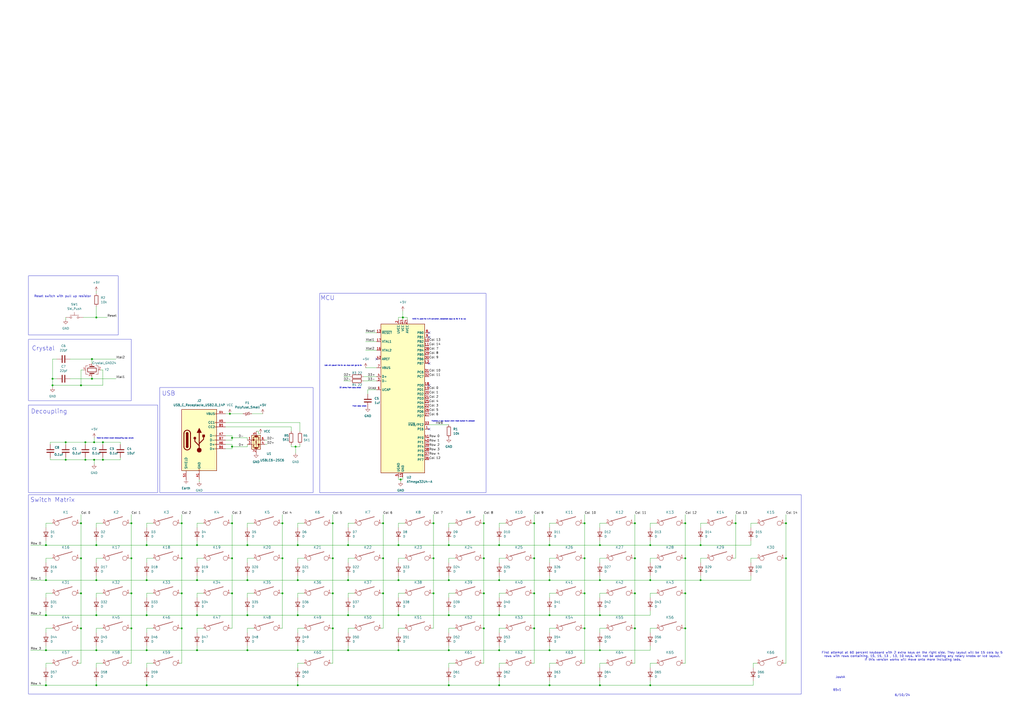
<source format=kicad_sch>
(kicad_sch (version 20231120) (generator "eeschema") (generator_version "8.0")
  (paper "A2")
  (junction (at 260.35 356.87))
  (junction (at 280.67 364.49))
  (junction (at 251.46 303.53))
  (junction (at 201.93 356.87))
  (junction (at 347.98 377.19))
  (junction (at 368.3 364.49))
  (junction (at 105.41 323.85))
  (junction (at 105.41 344.17))
  (junction (at 222.25 303.53))
  (junction (at 26.67 316.23))
  (junction (at 193.04 344.17))
  (junction (at 114.3 336.55))
  (junction (at 46.99 344.17))
  (junction (at 280.67 323.85))
  (junction (at 76.2 323.85))
  (junction (at 114.3 377.19))
  (junction (at 339.09 364.49))
  (junction (at 455.93 323.85))
  (junction (at 318.77 316.23))
  (junction (at 143.51 377.19))
  (junction (at 339.09 323.85))
  (junction (at 309.88 344.17))
  (junction (at 54.61 256.54))
  (junction (at 172.72 377.19))
  (junction (at 232.41 278.13))
  (junction (at 55.88 356.87))
  (junction (at 134.62 303.53))
  (junction (at 143.51 356.87))
  (junction (at 406.4 316.23))
  (junction (at 26.67 397.51))
  (junction (at 347.98 316.23))
  (junction (at 289.56 397.51))
  (junction (at 260.35 397.51))
  (junction (at 377.19 316.23))
  (junction (at 53.34 208.28))
  (junction (at 260.35 377.19))
  (junction (at 114.3 356.87))
  (junction (at 85.09 397.51))
  (junction (at 201.93 336.55))
  (junction (at 143.51 336.55))
  (junction (at 38.1 256.54))
  (junction (at 397.51 344.17))
  (junction (at 280.67 303.53))
  (junction (at 172.72 336.55))
  (junction (at 289.56 336.55))
  (junction (at 251.46 344.17))
  (junction (at 105.41 364.49))
  (junction (at 347.98 356.87))
  (junction (at 368.3 323.85))
  (junction (at 397.51 364.49))
  (junction (at 368.3 344.17))
  (junction (at 46.99 303.53))
  (junction (at 172.72 397.51))
  (junction (at 377.19 336.55))
  (junction (at 134.62 254))
  (junction (at 26.67 377.19))
  (junction (at 163.83 344.17))
  (junction (at 134.62 323.85))
  (junction (at 309.88 323.85))
  (junction (at 222.25 344.17))
  (junction (at 318.77 377.19))
  (junction (at 171.45 259.08))
  (junction (at 76.2 344.17))
  (junction (at 231.14 356.87))
  (junction (at 339.09 344.17))
  (junction (at 318.77 397.51))
  (junction (at 49.53 256.54))
  (junction (at 114.3 316.23))
  (junction (at 55.88 397.51))
  (junction (at 85.09 356.87))
  (junction (at 280.67 344.17))
  (junction (at 260.35 336.55))
  (junction (at 49.53 266.7))
  (junction (at 134.62 259.08))
  (junction (at 172.72 356.87))
  (junction (at 339.09 303.53))
  (junction (at 260.35 316.23))
  (junction (at 309.88 364.49))
  (junction (at 133.35 240.03))
  (junction (at 201.93 377.19))
  (junction (at 38.1 266.7))
  (junction (at 55.88 377.19))
  (junction (at 54.61 266.7))
  (junction (at 455.93 303.53))
  (junction (at 26.67 356.87))
  (junction (at 251.46 323.85))
  (junction (at 172.72 316.23))
  (junction (at 30.48 223.52))
  (junction (at 55.88 316.23))
  (junction (at 318.77 336.55))
  (junction (at 193.04 303.53))
  (junction (at 55.88 184.15))
  (junction (at 368.3 303.53))
  (junction (at 222.25 323.85))
  (junction (at 231.14 316.23))
  (junction (at 85.09 316.23))
  (junction (at 134.62 344.17))
  (junction (at 46.99 223.52))
  (junction (at 85.09 377.19))
  (junction (at 76.2 303.53))
  (junction (at 347.98 397.51))
  (junction (at 30.48 219.71))
  (junction (at 46.99 323.85))
  (junction (at 233.68 184.15))
  (junction (at 426.72 303.53))
  (junction (at 193.04 364.49))
  (junction (at 143.51 316.23))
  (junction (at 231.14 377.19))
  (junction (at 46.99 364.49))
  (junction (at 59.69 256.54))
  (junction (at 26.67 336.55))
  (junction (at 53.34 219.71))
  (junction (at 105.41 303.53))
  (junction (at 201.93 316.23))
  (junction (at 231.14 336.55))
  (junction (at 347.98 336.55))
  (junction (at 163.83 303.53))
  (junction (at 163.83 323.85))
  (junction (at 397.51 323.85))
  (junction (at 377.19 397.51))
  (junction (at 318.77 356.87))
  (junction (at 397.51 303.53))
  (junction (at 289.56 377.19))
  (junction (at 193.04 323.85))
  (junction (at 289.56 356.87))
  (junction (at 309.88 303.53))
  (junction (at 289.56 316.23))
  (junction (at 55.88 336.55))
  (junction (at 85.09 336.55))
  (junction (at 76.2 364.49))
  (junction (at 59.69 266.7))
  (junction (at 406.4 336.55))
  (no_connect (at 248.92 248.92))
  (no_connect (at 248.92 210.82))
  (no_connect (at 248.92 195.58))
  (no_connect (at 248.92 223.52))
  (no_connect (at 248.92 193.04))
  (no_connect (at 218.44 208.28))
  (wire (pts (xy 318.77 323.85) (xy 318.77 326.39)))
  (wire (pts (xy 233.68 180.34) (xy 233.68 184.15)))
  (wire (pts (xy 201.93 356.87) (xy 201.93 354.33)))
  (wire (pts (xy 114.3 316.23) (xy 114.3 313.69)))
  (wire (pts (xy 279.4 384.81) (xy 280.67 384.81)))
  (wire (pts (xy 30.48 223.52) (xy 30.48 224.79)))
  (wire (pts (xy 172.72 316.23) (xy 172.72 313.69)))
  (wire (pts (xy 377.19 316.23) (xy 377.19 313.69)))
  (wire (pts (xy 201.93 344.17) (xy 201.93 346.71)))
  (wire (pts (xy 26.67 374.65) (xy 26.67 377.19)))
  (wire (pts (xy 308.61 384.81) (xy 309.88 384.81)))
  (wire (pts (xy 347.98 356.87) (xy 347.98 354.33)))
  (wire (pts (xy 134.62 344.17) (xy 134.62 364.49)))
  (wire (pts (xy 260.35 336.55) (xy 289.56 336.55)))
  (wire (pts (xy 134.62 259.08) (xy 134.62 260.35)))
  (wire (pts (xy 309.88 344.17) (xy 309.88 364.49)))
  (wire (pts (xy 439.42 303.53) (xy 435.61 303.53)))
  (wire (pts (xy 455.93 323.85) (xy 455.93 384.81)))
  (wire (pts (xy 396.24 364.49) (xy 397.51 364.49)))
  (wire (pts (xy 406.4 303.53) (xy 406.4 306.07)))
  (wire (pts (xy 322.58 364.49) (xy 318.77 364.49)))
  (wire (pts (xy 318.77 316.23) (xy 347.98 316.23)))
  (wire (pts (xy 26.67 394.97) (xy 26.67 397.51)))
  (wire (pts (xy 347.98 397.51) (xy 377.19 397.51)))
  (wire (pts (xy 53.34 219.71) (xy 53.34 218.44)))
  (wire (pts (xy 29.21 266.7) (xy 38.1 266.7)))
  (wire (pts (xy 55.88 303.53) (xy 55.88 306.07)))
  (wire (pts (xy 251.46 344.17) (xy 251.46 364.49)))
  (wire (pts (xy 49.53 266.7) (xy 38.1 266.7)))
  (wire (pts (xy 38.1 256.54) (xy 29.21 256.54)))
  (wire (pts (xy 46.99 298.45) (xy 46.99 303.53)))
  (wire (pts (xy 308.61 303.53) (xy 309.88 303.53)))
  (wire (pts (xy 260.35 397.51) (xy 289.56 397.51)))
  (wire (pts (xy 232.41 278.13) (xy 233.68 278.13)))
  (wire (pts (xy 406.4 323.85) (xy 406.4 326.39)))
  (wire (pts (xy 118.11 344.17) (xy 114.3 344.17)))
  (wire (pts (xy 397.51 344.17) (xy 397.51 364.49)))
  (wire (pts (xy 231.14 336.55) (xy 260.35 336.55)))
  (wire (pts (xy 59.69 364.49) (xy 55.88 364.49)))
  (wire (pts (xy 351.79 364.49) (xy 347.98 364.49)))
  (wire (pts (xy 233.68 184.15) (xy 233.68 185.42)))
  (wire (pts (xy 38.1 257.81) (xy 38.1 256.54)))
  (wire (pts (xy 76.2 384.81) (xy 74.93 384.81)))
  (wire (pts (xy 351.79 323.85) (xy 347.98 323.85)))
  (wire (pts (xy 55.88 344.17) (xy 55.88 346.71)))
  (wire (pts (xy 134.62 252.73) (xy 130.81 252.73)))
  (wire (pts (xy 54.61 266.7) (xy 49.53 266.7)))
  (wire (pts (xy 210.82 218.44) (xy 218.44 218.44)))
  (wire (pts (xy 250.19 364.49) (xy 251.46 364.49)))
  (wire (pts (xy 59.69 384.81) (xy 55.88 384.81)))
  (wire (pts (xy 289.56 316.23) (xy 289.56 313.69)))
  (wire (pts (xy 26.67 303.53) (xy 26.67 306.07)))
  (wire (pts (xy 46.99 364.49) (xy 45.72 364.49)))
  (wire (pts (xy 115.57 279.4) (xy 115.57 278.13)))
  (wire (pts (xy 147.32 323.85) (xy 143.51 323.85)))
  (wire (pts (xy 191.77 323.85) (xy 193.04 323.85)))
  (wire (pts (xy 173.99 259.08) (xy 173.99 257.81)))
  (wire (pts (xy 322.58 323.85) (xy 318.77 323.85)))
  (wire (pts (xy 377.19 377.19) (xy 377.19 374.65)))
  (wire (pts (xy 347.98 316.23) (xy 347.98 313.69)))
  (wire (pts (xy 318.77 303.53) (xy 318.77 306.07)))
  (wire (pts (xy 162.56 344.17) (xy 163.83 344.17)))
  (wire (pts (xy 396.24 323.85) (xy 397.51 323.85)))
  (wire (pts (xy 168.91 259.08) (xy 168.91 257.81)))
  (wire (pts (xy 222.25 303.53) (xy 222.25 323.85)))
  (wire (pts (xy 289.56 316.23) (xy 318.77 316.23)))
  (wire (pts (xy 436.88 397.51) (xy 436.88 394.97)))
  (wire (pts (xy 318.77 397.51) (xy 347.98 397.51)))
  (wire (pts (xy 172.72 364.49) (xy 172.72 367.03)))
  (wire (pts (xy 46.99 364.49) (xy 46.99 384.81)))
  (wire (pts (xy 147.32 364.49) (xy 143.51 364.49)))
  (wire (pts (xy 347.98 323.85) (xy 347.98 326.39)))
  (wire (pts (xy 220.98 323.85) (xy 222.25 323.85)))
  (wire (pts (xy 143.51 336.55) (xy 172.72 336.55)))
  (wire (pts (xy 173.99 245.11) (xy 173.99 250.19)))
  (wire (pts (xy 339.09 344.17) (xy 339.09 364.49)))
  (wire (pts (xy 134.62 298.45) (xy 134.62 303.53)))
  (wire (pts (xy 377.19 323.85) (xy 377.19 326.39)))
  (wire (pts (xy 455.93 303.53) (xy 455.93 323.85)))
  (wire (pts (xy 435.61 316.23) (xy 435.61 313.69)))
  (wire (pts (xy 289.56 384.81) (xy 289.56 387.35)))
  (wire (pts (xy 26.67 364.49) (xy 26.67 367.03)))
  (wire (pts (xy 88.9 384.81) (xy 85.09 384.81)))
  (wire (pts (xy 318.77 397.51) (xy 318.77 394.97)))
  (wire (pts (xy 55.88 336.55) (xy 55.88 334.01)))
  (wire (pts (xy 76.2 364.49) (xy 76.2 384.81)))
  (wire (pts (xy 76.2 303.53) (xy 74.93 303.53)))
  (wire (pts (xy 232.41 278.13) (xy 232.41 279.4)))
  (wire (pts (xy 30.48 344.17) (xy 26.67 344.17)))
  (wire (pts (xy 260.35 316.23) (xy 289.56 316.23)))
  (wire (pts (xy 59.69 214.63) (xy 58.42 214.63)))
  (wire (pts (xy 264.16 303.53) (xy 260.35 303.53)))
  (wire (pts (xy 337.82 344.17) (xy 339.09 344.17)))
  (wire (pts (xy 46.99 384.81) (xy 45.72 384.81)))
  (wire (pts (xy 104.14 323.85) (xy 105.41 323.85)))
  (wire (pts (xy 62.23 184.15) (xy 55.88 184.15)))
  (wire (pts (xy 76.2 298.45) (xy 76.2 303.53)))
  (wire (pts (xy 426.72 298.45) (xy 426.72 303.53)))
  (wire (pts (xy 234.95 364.49) (xy 231.14 364.49)))
  (wire (pts (xy 377.19 303.53) (xy 377.19 306.07)))
  (wire (pts (xy 46.99 344.17) (xy 45.72 344.17)))
  (wire (pts (xy 30.48 303.53) (xy 26.67 303.53)))
  (wire (pts (xy 260.35 397.51) (xy 260.35 394.97)))
  (wire (pts (xy 76.2 344.17) (xy 74.93 344.17)))
  (wire (pts (xy 163.83 303.53) (xy 163.83 323.85)))
  (wire (pts (xy 260.35 303.53) (xy 260.35 306.07)))
  (wire (pts (xy 201.93 377.19) (xy 231.14 377.19)))
  (wire (pts (xy 118.11 303.53) (xy 114.3 303.53)))
  (wire (pts (xy 143.51 377.19) (xy 143.51 374.65)))
  (wire (pts (xy 339.09 323.85) (xy 339.09 344.17)))
  (wire (pts (xy 377.19 336.55) (xy 406.4 336.55)))
  (wire (pts (xy 55.88 356.87) (xy 85.09 356.87)))
  (wire (pts (xy 260.35 377.19) (xy 289.56 377.19)))
  (wire (pts (xy 46.99 303.53) (xy 45.72 303.53)))
  (wire (pts (xy 26.67 323.85) (xy 26.67 326.39)))
  (wire (pts (xy 105.41 303.53) (xy 105.41 323.85)))
  (wire (pts (xy 368.3 303.53) (xy 368.3 323.85)))
  (wire (pts (xy 435.61 303.53) (xy 435.61 306.07)))
  (wire (pts (xy 85.09 323.85) (xy 85.09 326.39)))
  (wire (pts (xy 377.19 336.55) (xy 377.19 334.01)))
  (wire (pts (xy 88.9 323.85) (xy 85.09 323.85)))
  (wire (pts (xy 193.04 303.53) (xy 193.04 323.85)))
  (wire (pts (xy 251.46 303.53) (xy 251.46 323.85)))
  (wire (pts (xy 279.4 323.85) (xy 280.67 323.85)))
  (wire (pts (xy 26.67 313.69) (xy 26.67 316.23)))
  (wire (pts (xy 59.69 344.17) (xy 55.88 344.17)))
  (wire (pts (xy 26.67 356.87) (xy 55.88 356.87)))
  (wire (pts (xy 289.56 356.87) (xy 318.77 356.87)))
  (wire (pts (xy 85.09 303.53) (xy 85.09 306.07)))
  (wire (pts (xy 114.3 377.19) (xy 114.3 374.65)))
  (wire (pts (xy 85.09 336.55) (xy 114.3 336.55)))
  (wire (pts (xy 439.42 384.81) (xy 436.88 384.81)))
  (wire (pts (xy 213.36 226.06) (xy 213.36 228.6)))
  (wire (pts (xy 88.9 344.17) (xy 85.09 344.17)))
  (wire (pts (xy 439.42 323.85) (xy 435.61 323.85)))
  (wire (pts (xy 114.3 303.53) (xy 114.3 306.07)))
  (wire (pts (xy 289.56 356.87) (xy 289.56 354.33)))
  (wire (pts (xy 143.51 364.49) (xy 143.51 367.03)))
  (wire (pts (xy 293.37 384.81) (xy 289.56 384.81)))
  (wire (pts (xy 425.45 303.53) (xy 426.72 303.53)))
  (wire (pts (xy 436.88 384.81) (xy 436.88 387.35)))
  (wire (pts (xy 85.09 356.87) (xy 85.09 354.33)))
  (wire (pts (xy 201.93 364.49) (xy 201.93 367.03)))
  (wire (pts (xy 406.4 316.23) (xy 435.61 316.23)))
  (wire (pts (xy 279.4 364.49) (xy 280.67 364.49)))
  (wire (pts (xy 212.09 198.12) (xy 218.44 198.12)))
  (wire (pts (xy 172.72 384.81) (xy 172.72 387.35)))
  (wire (pts (xy 231.14 356.87) (xy 260.35 356.87)))
  (wire (pts (xy 289.56 323.85) (xy 289.56 326.39)))
  (wire (pts (xy 347.98 336.55) (xy 347.98 334.01)))
  (wire (pts (xy 454.66 384.81) (xy 455.93 384.81)))
  (wire (pts (xy 260.35 384.81) (xy 260.35 387.35)))
  (wire (pts (xy 308.61 344.17) (xy 309.88 344.17)))
  (wire (pts (xy 176.53 303.53) (xy 172.72 303.53)))
  (wire (pts (xy 377.19 397.51) (xy 377.19 394.97)))
  (wire (pts (xy 59.69 256.54) (xy 69.85 256.54)))
  (wire (pts (xy 205.74 323.85) (xy 201.93 323.85)))
  (wire (pts (xy 250.19 323.85) (xy 251.46 323.85)))
  (wire (pts (xy 406.4 336.55) (xy 435.61 336.55)))
  (wire (pts (xy 85.09 397.51) (xy 85.09 394.97)))
  (wire (pts (xy 105.41 323.85) (xy 105.41 344.17)))
  (wire (pts (xy 59.69 265.43) (xy 59.69 266.7)))
  (wire (pts (xy 76.2 364.49) (xy 74.93 364.49)))
  (wire (pts (xy 289.56 397.51) (xy 289.56 394.97)))
  (wire (pts (xy 406.4 336.55) (xy 406.4 334.01)))
  (wire (pts (xy 280.67 344.17) (xy 280.67 364.49)))
  (wire (pts (xy 85.09 344.17) (xy 85.09 346.71)))
  (wire (pts (xy 231.14 323.85) (xy 231.14 326.39)))
  (wire (pts (xy 143.51 259.08) (xy 143.51 257.81)))
  (wire (pts (xy 134.62 303.53) (xy 134.62 323.85)))
  (wire (pts (xy 260.35 323.85) (xy 260.35 326.39)))
  (wire (pts (xy 396.24 344.17) (xy 397.51 344.17)))
  (wire (pts (xy 289.56 344.17) (xy 289.56 346.71)))
  (wire (pts (xy 318.77 384.81) (xy 318.77 387.35)))
  (wire (pts (xy 172.72 394.97) (xy 172.72 397.51)))
  (wire (pts (xy 171.45 259.08) (xy 171.45 262.89)))
  (wire (pts (xy 377.19 344.17) (xy 377.19 346.71)))
  (wire (pts (xy 201.93 303.53) (xy 201.93 306.07)))
  (wire (pts (xy 368.3 298.45) (xy 368.3 303.53)))
  (wire (pts (xy 162.56 323.85) (xy 163.83 323.85)))
  (wire (pts (xy 133.35 323.85) (xy 134.62 323.85)))
  (wire (pts (xy 260.35 316.23) (xy 260.35 313.69)))
  (wire (pts (xy 220.98 303.53) (xy 222.25 303.53)))
  (wire (pts (xy 17.78 356.87) (xy 26.67 356.87)))
  (wire (pts (xy 377.19 384.81) (xy 377.19 387.35)))
  (wire (pts (xy 130.81 240.03) (xy 133.35 240.03)))
  (wire (pts (xy 38.1 184.15) (xy 38.1 185.42)))
  (wire (pts (xy 48.26 184.15) (xy 55.88 184.15)))
  (wire (pts (xy 104.14 344.17) (xy 105.41 344.17)))
  (wire (pts (xy 396.24 384.81) (xy 397.51 384.81)))
  (wire (pts (xy 118.11 364.49) (xy 114.3 364.49)))
  (wire (pts (xy 26.67 377.19) (xy 55.88 377.19)))
  (wire (pts (xy 199.39 218.44) (xy 203.2 218.44)))
  (wire (pts (xy 260.35 336.55) (xy 260.35 334.01)))
  (wire (pts (xy 201.93 316.23) (xy 201.93 313.69)))
  (wire (pts (xy 454.66 323.85) (xy 455.93 323.85)))
  (wire (pts (xy 193.04 298.45) (xy 193.04 303.53)))
  (wire (pts (xy 114.3 323.85) (xy 114.3 326.39)))
  (wire (pts (xy 368.3 323.85) (xy 368.3 344.17)))
  (wire (pts (xy 76.2 344.17) (xy 76.2 364.49)))
  (wire (pts (xy 163.83 298.45) (xy 163.83 303.53)))
  (wire (pts (xy 30.48 223.52) (xy 46.99 223.52)))
  (wire (pts (xy 231.14 377.19) (xy 231.14 374.65)))
  (wire (pts (xy 114.3 316.23) (xy 143.51 316.23)))
  (wire (pts (xy 143.51 323.85) (xy 143.51 326.39)))
  (wire (pts (xy 49.53 256.54) (xy 49.53 257.81)))
  (wire (pts (xy 173.99 259.08) (xy 171.45 259.08)))
  (wire (pts (xy 46.99 223.52) (xy 59.69 223.52)))
  (wire (pts (xy 85.09 356.87) (xy 114.3 356.87)))
  (wire (pts (xy 30.48 219.71) (xy 30.48 223.52)))
  (wire (pts (xy 143.51 254) (xy 143.51 255.27)))
  (wire (pts (xy 318.77 377.19) (xy 318.77 374.65)))
  (wire (pts (xy 153.67 255.27) (xy 154.94 255.27)))
  (wire (pts (xy 59.69 266.7) (xy 54.61 266.7)))
  (wire (pts (xy 250.19 303.53) (xy 251.46 303.53)))
  (wire (pts (xy 251.46 323.85) (xy 251.46 344.17)))
  (wire (pts (xy 347.98 336.55) (xy 377.19 336.55)))
  (wire (pts (xy 309.88 298.45) (xy 309.88 303.53)))
  (wire (pts (xy 162.56 364.49) (xy 163.83 364.49)))
  (wire (pts (xy 171.45 259.08) (xy 168.91 259.08)))
  (wire (pts (xy 76.2 323.85) (xy 76.2 344.17)))
  (wire (pts (xy 114.3 344.17) (xy 114.3 346.71)))
  (wire (pts (xy 337.82 384.81) (xy 339.09 384.81)))
  (wire (pts (xy 114.3 336.55) (xy 143.51 336.55)))
  (wire (pts (xy 172.72 356.87) (xy 201.93 356.87)))
  (wire (pts (xy 201.93 316.23) (xy 231.14 316.23)))
  (wire (pts (xy 293.37 303.53) (xy 289.56 303.53)))
  (wire (pts (xy 231.14 316.23) (xy 260.35 316.23)))
  (wire (pts (xy 59.69 323.85) (xy 55.88 323.85)))
  (wire (pts (xy 210.82 220.98) (xy 218.44 220.98)))
  (wire (pts (xy 347.98 344.17) (xy 347.98 346.71)))
  (wire (pts (xy 143.51 356.87) (xy 172.72 356.87)))
  (wire (pts (xy 260.35 377.19) (xy 260.35 374.65)))
  (wire (pts (xy 55.88 377.19) (xy 85.09 377.19)))
  (wire (pts (xy 289.56 336.55) (xy 289.56 334.01)))
  (wire (pts (xy 69.85 265.43) (xy 69.85 266.7)))
  (wire (pts (xy 104.14 364.49) (xy 105.41 364.49)))
  (wire (pts (xy 347.98 384.81) (xy 347.98 387.35)))
  (wire (pts (xy 176.53 344.17) (xy 172.72 344.17)))
  (wire (pts (xy 17.78 397.51) (xy 26.67 397.51)))
  (wire (pts (xy 231.14 184.15) (xy 231.14 185.42)))
  (wire (pts (xy 339.09 298.45) (xy 339.09 303.53)))
  (wire (pts (xy 201.93 356.87) (xy 231.14 356.87)))
  (wire (pts (xy 410.21 323.85) (xy 406.4 323.85)))
  (wire (pts (xy 30.48 364.49) (xy 26.67 364.49)))
  (wire (pts (xy 26.67 384.81) (xy 26.67 387.35)))
  (wire (pts (xy 251.46 298.45) (xy 251.46 303.53)))
  (wire (pts (xy 147.32 344.17) (xy 143.51 344.17)))
  (wire (pts (xy 163.83 344.17) (xy 163.83 364.49)))
  (wire (pts (xy 130.81 257.81) (xy 134.62 257.81)))
  (wire (pts (xy 55.88 168.91) (xy 55.88 170.18)))
  (wire (pts (xy 212.09 203.2) (xy 218.44 203.2)))
  (wire (pts (xy 134.62 254) (xy 143.51 254)))
  (wire (pts (xy 17.78 377.19) (xy 26.67 377.19)))
  (wire (pts (xy 133.35 344.17) (xy 134.62 344.17)))
  (wire (pts (xy 85.09 316.23) (xy 85.09 313.69)))
  (wire (pts (xy 222.25 344.17) (xy 222.25 364.49)))
  (wire (pts (xy 29.21 256.54) (xy 29.21 257.81)))
  (wire (pts (xy 33.02 208.28) (xy 30.48 208.28)))
  (wire (pts (xy 55.88 316.23) (xy 85.09 316.23)))
  (wire (pts (xy 322.58 384.81) (xy 318.77 384.81)))
  (wire (pts (xy 153.67 257.81) (xy 154.94 257.81)))
  (wire (pts (xy 85.09 384.81) (xy 85.09 387.35)))
  (wire (pts (xy 151.13 251.46) (xy 149.86 251.46)))
  (wire (pts (xy 114.3 364.49) (xy 114.3 367.03)))
  (wire (pts (xy 191.77 344.17) (xy 193.04 344.17)))
  (wire (pts (xy 147.32 303.53) (xy 143.51 303.53)))
  (wire (pts (xy 347.98 397.51) (xy 347.98 394.97)))
  (wire (pts (xy 134.62 259.08) (xy 143.51 259.08)))
  (wire (pts (xy 26.67 344.17) (xy 26.67 346.71)))
  (wire (pts (xy 231.14 276.86) (xy 231.14 278.13)))
  (wire (pts (xy 280.67 298.45) (xy 280.67 303.53)))
  (wire (pts (xy 218.44 193.04) (xy 212.09 193.04)))
  (wire (pts (xy 347.98 377.19) (xy 347.98 374.65)))
  (wire (pts (xy 318.77 336.55) (xy 318.77 334.01)))
  (wire (pts (xy 347.98 303.53) (xy 347.98 306.07)))
  (wire (pts (xy 222.25 323.85) (xy 222.25 344.17)))
  (wire (pts (xy 201.93 323.85) (xy 201.93 326.39)))
  (wire (pts (xy 426.72 303.53) (xy 426.72 323.85)))
  (wire (pts (xy 231.14 336.55) (xy 231.14 334.01)))
  (wire (pts (xy 454.66 303.53) (xy 455.93 303.53)))
  (wire (pts (xy 201.93 336.55) (xy 201.93 334.01)))
  (wire (pts (xy 231.14 316.23) (xy 231.14 313.69)))
  (wire (pts (xy 29.21 265.43) (xy 29.21 266.7)))
  (wire (pts (xy 250.19 344.17) (xy 251.46 344.17)))
  (wire (pts (xy 231.14 303.53) (xy 231.14 306.07)))
  (wire (pts (xy 322.58 303.53) (xy 318.77 303.53)))
  (wire (pts (xy 26.67 334.01) (xy 26.67 336.55)))
  (wire (pts (xy 231.14 356.87) (xy 231.14 354.33)))
  (wire (pts (xy 76.2 323.85) (xy 74.93 323.85)))
  (wire (pts (xy 162.56 303.53) (xy 163.83 303.53)))
  (wire (pts (xy 26.67 397.51) (xy 55.88 397.51)))
  (wire (pts (xy 172.72 336.55) (xy 201.93 336.55)))
  (wire (pts (xy 318.77 356.87) (xy 318.77 354.33)))
  (wire (pts (xy 172.72 377.19) (xy 201.93 377.19)))
  (wire (pts (xy 48.26 214.63) (xy 46.99 214.63)))
  (wire (pts (xy 309.88 323.85) (xy 309.88 344.17)))
  (wire (pts (xy 289.56 377.19) (xy 289.56 374.65)))
  (wire (pts (xy 55.88 397.51) (xy 55.88 394.97)))
  (wire (pts (xy 168.91 250.19) (xy 168.91 247.65)))
  (wire (pts (xy 347.98 377.19) (xy 377.19 377.19)))
  (wire (pts (xy 55.88 364.49) (xy 55.88 367.03)))
  (wire (pts (xy 293.37 323.85) (xy 289.56 323.85)))
  (wire (pts (xy 318.77 344.17) (xy 318.77 346.71)))
  (wire (pts (xy 289.56 397.51) (xy 318.77 397.51)))
  (wire (pts (xy 293.37 364.49) (xy 289.56 364.49)))
  (wire (pts (xy 231.14 364.49) (xy 231.14 367.03)))
  (wire (pts (xy 176.53 384.81) (xy 172.72 384.81)))
  (wire (pts (xy 193.04 323.85) (xy 193.04 344.17)))
  (wire (pts (xy 46.99 214.63) (xy 46.99 223.52)))
  (wire (pts (xy 30.48 208.28) (xy 30.48 219.71)))
  (wire (pts (xy 40.64 208.28) (xy 53.34 208.28)))
  (wire (pts (xy 88.9 364.49) (xy 85.09 364.49)))
  (wire (pts (xy 318.77 364.49) (xy 318.77 367.03)))
  (wire (pts (xy 114.3 356.87) (xy 143.51 356.87)))
  (wire (pts (xy 289.56 336.55) (xy 318.77 336.55)))
  (wire (pts (xy 38.1 256.54) (xy 49.53 256.54)))
  (wire (pts (xy 367.03 344.17) (xy 368.3 344.17)))
  (wire (pts (xy 435.61 336.55) (xy 435.61 334.01)))
  (wire (pts (xy 318.77 316.23) (xy 318.77 313.69)))
  (wire (pts (xy 368.3 344.17) (xy 368.3 364.49)))
  (wire (pts (xy 46.99 323.85) (xy 45.72 323.85)))
  (wire (pts (xy 17.78 316.23) (xy 26.67 316.23)))
  (wire (pts (xy 220.98 364.49) (xy 222.25 364.49)))
  (wire (pts (xy 176.53 364.49) (xy 172.72 364.49)))
  (wire (pts (xy 26.67 354.33) (xy 26.67 356.87)))
  (wire (pts (xy 381 384.81) (xy 377.19 384.81)))
  (wire (pts (xy 264.16 344.17) (xy 260.35 344.17)))
  (wire (pts (xy 318.77 377.19) (xy 347.98 377.19)))
  (wire (pts (xy 279.4 344.17) (xy 280.67 344.17)))
  (wire (pts (xy 397.51 323.85) (xy 397.51 344.17)))
  (wire (pts (xy 59.69 303.53) (xy 55.88 303.53)))
  (wire (pts (xy 248.92 246.38) (xy 260.35 246.38)))
  (wire (pts (xy 322.58 344.17) (xy 318.77 344.17)))
  (wire (pts (xy 347.98 356.87) (xy 377.19 356.87)))
  (wire (pts (xy 55.88 356.87) (xy 55.88 354.33)))
  (wire (pts (xy 149.86 250.19) (xy 148.59 250.19)))
  (wire (pts (xy 191.77 303.53) (xy 193.04 303.53)))
  (wire (pts (xy 397.51 303.53) (xy 397.51 323.85)))
  (wire (pts (xy 53.34 208.28) (xy 53.34 210.82)))
  (wire (pts (xy 280.67 323.85) (xy 280.67 344.17)))
  (wire (pts (xy 218.44 226.06) (xy 213.36 226.06)))
  (wire (pts (xy 59.69 256.54) (xy 59.69 257.81)))
  (wire (pts (xy 55.88 397.51) (xy 85.09 397.51)))
  (wire (pts (xy 172.72 397.51) (xy 260.35 397.51)))
  (wire (pts (xy 55.88 323.85) (xy 55.88 326.39)))
  (wire (pts (xy 143.51 316.23) (xy 143.51 313.69)))
  (wire (pts (xy 104.14 303.53) (xy 105.41 303.53)))
  (wire (pts (xy 381 303.53) (xy 377.19 303.53)))
  (wire (pts (xy 26.67 336.55) (xy 55.88 336.55)))
  (wire (pts (xy 172.72 336.55) (xy 172.72 334.01)))
  (wire (pts (xy 176.53 323.85) (xy 172.72 323.85)))
  (wire (pts (xy 381 344.17) (xy 377.19 344.17)))
  (wire (pts (xy 30.48 323.85) (xy 26.67 323.85)))
  (wire (pts (xy 396.24 303.53) (xy 397.51 303.53)))
  (wire (pts (xy 367.03 303.53) (xy 368.3 303.53)))
  (wire (pts (xy 337.82 323.85) (xy 339.09 323.85)))
  (wire (pts (xy 130.81 255.27) (xy 134.62 255.27)))
  (wire (pts (xy 193.04 344.17) (xy 193.04 364.49)))
  (wire (pts (xy 55.88 377.19) (xy 55.88 374.65)))
  (wire (pts (xy 134.62 254) (xy 134.62 252.73)))
  (wire (pts (xy 435.61 323.85) (xy 435.61 326.39)))
  (wire (pts (xy 143.51 356.87) (xy 143.51 354.33)))
  (wire (pts (xy 337.82 303.53) (xy 339.09 303.53)))
  (wire (pts (xy 134.62 255.27) (xy 134.62 254)))
  (wire (pts (xy 53.34 208.28) (xy 67.31 208.28)))
  (wire (pts (xy 146.05 240.03) (xy 152.4 240.03)))
  (wire (pts (xy 280.67 384.81) (xy 280.67 364.49)))
  (wire (pts (xy 163.83 323.85) (xy 163.83 344.17)))
  (wire (pts (xy 231.14 377.19) (xy 260.35 377.19)))
  (wire (pts (xy 172.72 316.23) (xy 201.93 316.23)))
  (wire (pts (xy 69.85 266.7) (xy 59.69 266.7)))
  (wire (pts (xy 199.39 220.98) (xy 203.2 220.98)))
  (wire (pts (xy 143.51 303.53) (xy 143.51 306.07)))
  (wire (pts (xy 260.35 356.87) (xy 260.35 354.33)))
  (wire (pts (xy 377.19 364.49) (xy 377.19 367.03)))
  (wire (pts (xy 406.4 316.23) (xy 406.4 313.69)))
  (wire (pts (xy 455.93 298.45) (xy 455.93 303.53)))
  (wire (pts (xy 381 364.49) (xy 377.19 364.49)))
  (wire (pts (xy 264.16 384.81) (xy 260.35 384.81)))
  (wire (pts (xy 46.99 323.85) (xy 46.99 344.17)))
  (wire (pts (xy 55.88 384.81) (xy 55.88 387.35)))
  (wire (pts (xy 17.78 336.55) (xy 26.67 336.55)))
  (wire (pts (xy 367.03 364.49) (xy 368.3 364.49)))
  (wire (pts (xy 191.77 384.81) (xy 193.04 384.81)))
  (wire (pts (xy 351.79 303.53) (xy 347.98 303.53)))
  (wire (pts (xy 260.35 344.17) (xy 260.35 346.71)))
  (wire (pts (xy 46.99 303.53) (xy 46.99 323.85)))
  (wire (pts (xy 264.16 323.85) (xy 260.35 323.85)))
  (wire (pts (xy 318.77 336.55) (xy 347.98 336.55)))
  (wire (pts (xy 59.69 223.52) (xy 59.69 214.63)))
  (wire (pts (xy 233.68 276.86) (xy 233.68 278.13)))
  (wire (pts (xy 309.88 303.53) (xy 309.88 323.85)))
  (wire (pts (xy 377.19 397.51) (xy 436.88 397.51)))
  (wire (pts (xy 55.88 316.23) (xy 55.88 313.69)))
  (wire (pts (xy 339.09 384.81) (xy 339.09 364.49)))
  (wire (pts (xy 233.68 184.15) (xy 231.14 184.15)))
  (wire (pts (xy 367.03 384.81) (xy 368.3 384.81)))
  (wire (pts (xy 308.61 323.85) (xy 309.88 323.85)))
  (wire (pts (xy 231.14 344.17) (xy 231.14 346.71)))
  (wire (pts (xy 38.1 266.7) (xy 38.1 265.43)))
  (wire (pts (xy 293.37 344.17) (xy 289.56 344.17)))
  (wire (pts (xy 234.95 344.17) (xy 231.14 344.17)))
  (wire (pts (xy 260.35 356.87) (xy 289.56 356.87)))
  (wire (pts (xy 54.61 256.54) (xy 59.69 256.54)))
  (wire (pts (xy 339.09 303.53) (xy 339.09 323.85)))
  (wire (pts (xy 347.98 364.49) (xy 347.98 367.03)))
  (wire (pts (xy 205.74 344.17) (xy 201.93 344.17)))
  (wire (pts (xy 193.04 364.49) (xy 193.04 384.81)))
  (wire (pts (xy 85.09 316.23) (xy 114.3 316.23)))
  (wire (pts (xy 172.72 323.85) (xy 172.72 326.39)))
  (wire (pts (xy 54.61 266.7) (xy 54.61 269.24)))
  (wire (pts (xy 143.51 336.55) (xy 143.51 334.01)))
  (wire (pts (xy 172.72 377.19) (xy 172.72 374.65)))
  (wire (pts (xy 46.99 344.17) (xy 46.99 364.49)))
  (wire (pts (xy 377.19 316.23) (xy 406.4 316.23)))
  (wire (pts (xy 143.51 316.23) (xy 172.72 316.23)))
  (wire (pts (xy 40.64 219.71) (xy 53.34 219.71)))
  (wire (pts (xy 130.81 245.11) (xy 173.99 245.11)))
  (wire (pts (xy 76.2 303.53) (xy 76.2 323.85)))
  (wire (pts (xy 264.16 364.49) (xy 260.35 364.49)))
  (wire (pts (xy 149.86 251.46) (xy 149.86 250.19)))
  (wire (pts (xy 118.11 323.85) (xy 114.3 323.85)))
  (wire (pts (xy 234.95 303.53) (xy 231.14 303.53)))
  (wire (pts (xy 191.77 364.49) (xy 193.04 364.49)))
  (wire (pts (xy 143.51 344.17) (xy 143.51 346.71)))
  (wire (pts (xy 114.3 336.55) (xy 114.3 334.01)))
  (wire (pts (xy 55.88 336.55) (xy 85.09 336.55)))
  (wire (pts (xy 133.35 303.53) (xy 134.62 303.53)))
  (wire (pts (xy 397.51 298.45) (xy 397.51 303.53)))
  (wire (pts (xy 260.35 364.49) (xy 260.35 367.03)))
  (wire (pts (xy 55.88 177.8) (xy 55.88 184.15)))
  (wire (pts (xy 30.48 219.71) (xy 33.02 219.71)))
  (wire (pts (xy 231.14 278.13) (xy 232.41 278.13)))
  (wire (pts (xy 205.74 303.53) (xy 201.93 303.53)))
  (wire (pts (xy 114.3 356.87) (xy 114.3 354.33)))
  (wire (pts (xy 309.88 384.81) (xy 309.88 364.49)))
  (wire (pts (xy 308.61 364.49) (xy 309.88 364.49)))
  (wire (pts (xy 205.74 364.49) (xy 201.93 364.49)))
  (wire (pts (xy 201.93 336.55) (xy 231.14 336.55)))
  (wire (pts (xy 168.91 247.65) (xy 130.81 247.65)))
  (wire (pts (xy 368.3 384.81) (xy 368.3 364.49)))
  (wire (pts (xy 397.51 384.81) (xy 397.51 364.49)))
  (wire (pts (xy 172.72 356.87) (xy 172.72 354.33)))
  (wire (pts (xy 114.3 377.19) (xy 143.51 377.19)))
  (wire (pts (xy 220.98 344.17) (xy 222.25 344.17)))
  (wire (pts (xy 172.72 344.17) (xy 172.72 346.71)))
  (wire (pts (xy 410.21 303.53) (xy 406.4 303.53)))
  (wire (pts (xy 69.85 256.54) (xy 69.85 257.81)))
  (wire (pts (xy 172.72 303.53) (xy 172.72 306.07)))
  (wire (pts (xy 351.79 344.17) (xy 347.98 344.17)))
  (wire (pts (xy 337.82 364.49) (xy 339.09 364.49)))
  (wire (pts (xy 280.67 303.53) (xy 280.67 323.85)))
  (wire (pts (xy 85.09 364.49) (xy 85.09 367.03)))
  (wire (pts (xy 30.48 384.81) (xy 26.67 384.81)))
  (wire (pts (xy 236.22 185.42) (xy 236.22 184.15)))
  (wire (pts (xy 105.41 298.45) (xy 105.41 303.53)))
  (wire (pts (xy 88.9 303.53) (xy 85.09 303.53)))
  (wire (pts (xy 212.09 213.36) (xy 218.44 213.36)))
  (wire (pts (xy 130.81 260.35) (xy 134.62 260.35)))
  (wire (pts (xy 53.34 219.71) (xy 67.31 219.71)))
  (wire (pts (xy 381 323.85) (xy 377.19 323.85)))
  (wire (pts (xy 377.19 356.87) (xy 377.19 354.33)))
  (wire (pts (xy 351.79 384.81) (xy 347.98 384.81)))
  (wire (pts (xy 54.61 254) (xy 54.61 256.54)))
  (wire (pts (xy 26.67 316.23) (xy 55.88 316.23)))
  (wire (pts (xy 85.09 397.51) (xy 172.72 397.51)))
  (wire (pts (xy 105.41 344.17) (xy 105.41 364.49)))
  (wire (pts (xy 133.35 364.49) (xy 134.62 364.49)))
  (wire (pts (xy 318.77 356.87) (xy 347.98 356.87)))
  (wire (pts (xy 233.68 184.15) (xy 236.22 184.15)))
  (wire (pts (xy 289.56 377.19) (xy 318.77 377.19)))
  (wire (pts (xy 85.09 336.55) (xy 85.09 334.01)))
  (wire (pts (xy 85.09 377.19) (xy 114.3 377.19)))
  (wire (pts (xy 105.41 364.49) (xy 105.41 384.81)))
  (wire (pts (xy 201.93 377.19) (xy 201.93 374.65)))
  (wire (pts (xy 222.25 298.45) (xy 222.25 303.53)))
  (wire (pts (xy 85.09 377.19) (xy 85.09 374.65)))
  (wire (pts (xy 289.56 364.49) (xy 289.56 367.03)))
  (wire (pts (xy 289.56 303.53) (xy 289.56 306.07)))
  (wire (pts (xy 49.53 256.54) (xy 54.61 256.54)))
  (wire (pts (xy 49.53 265.43) (xy 49.53 266.7)))
  (wire (pts (xy 134.62 323.85) (xy 134.62 344.17)))
  (wire (pts (xy 347.98 316.23) (xy 377.19 316.23)))
  (wire (pts (xy 134.62 257.81) (xy 134.62 259.08)))
  (wire (pts (xy 279.4 303.53) (xy 280.67 303.53)))
  (wire (pts (xy 143.51 377.19) (xy 172.72 377.19)))
  (wire (pts (xy 234.95 323.85) (xy 231.14 323.85)))
  (wire (pts (xy 425.45 323.85) (xy 426.72 323.85)))
  (wire (pts (xy 133.35 240.03) (xy 140.97 240.03)))
  (wire (pts (xy 367.03 323.85) (xy 368.3 323.85)))
  (wire (pts (xy 104.14 384.81) (xy 105.41 384.81)))
  (rectangle (start 16.51 196.85) (end 76.2 232.41))
  (rectangle (start 16.51 160.02) (end 68.58 194.31))
  (rectangle (start 92.71 224.79) (end 181.61 285.75))
  (rectangle (start 16.51 234.95) (end 91.44 285.75))
  (rectangle (start 16.51 287.02) (end 464.82 402.59))
  (rectangle (start 185.42 170.18) (end 281.94 285.75))
  (text "6/10/24" (at 523.494 403.352 0) (effects (font (size 1.27 1.27))))
  (text "Decoupling" (at 28.448 238.76 0) (effects (font (size 2.54 2.54))))
  (text "Flashes a new layout when reset button is pressed\n" (at 262.89 244.348 0) (effects (font (size 0.635 0.635))))
  (text "65v1" (at 485.648 400.304 0) (effects (font (size 1.27 1.27))))
  (text "First attempt at 60 percent keyboard with 2 extra keys on the right side. They layout will be 15 cols by 5 \nrows with rows containing, 15, 15, 13 , 13, 10 keys. Will not be adding any rotary knobs or lcd layout. \nIf this version works will move onto more including leds." (at 529.59 380.746 0) (effects (font (size 1.27 1.27))))
  (text "From data sheet\n" (at 208.534 235.712 0) (effects (font (size 0.635 0.635))))
  (text "22 ohms from data sheet\n" (at 203.2 225.044 0) (effects (font (size 0.635 0.635))))
  (text "Switch Matrix" (at 30.48 290.068 0) (effects (font (size 2.54 2.54))))
  (text "AVCC is used for A/D converter, datasheet says to tie it to vcc\n" (at 254.762 185.166 0) (effects (font (size 0.635 0.635))))
  (text "MCU\n" (at 189.992 172.974 0) (effects (font (size 2.54 2.54))))
  (text "Usb will power the 5v so vbus can go to 5v\n" (at 199.136 212.09 0) (effects (font (size 0.635 0.635))))
  (text "Reset switch with pull up resistor\n" (at 36.322 171.958 0) (effects (font (size 1.27 1.27))))
  (text "USB" (at 97.79 228.346 0) (effects (font (size 2.54 2.54))))
  (text "Need to check exact decoupling cap values\n" (at 66.802 254.254 0) (effects (font (size 0.635 0.635))))
  (text "JoshA\n" (at 487.426 392.938 0) (effects (font (size 1.27 1.27))))
  (text "Crystal" (at 25.146 202.184 0) (effects (font (size 2.54 2.54))))
  (label "D3+" (at 213.36 218.44 0))
  (label "Col 1" (at 248.92 228.6 0))
  (label "Col 13" (at 248.92 198.12 0))
  (label "Xtal2" (at 67.31 208.28 0))
  (label "Row 3" (at 17.78 377.19 0))
  (label "Row 4" (at 17.78 397.51 0))
  (label "Xtal2" (at 212.09 203.2 0))
  (label "D+" (at 138.43 259.08 0))
  (label "Col 6" (at 222.25 298.45 0))
  (label "D2+" (at 199.39 218.44 0))
  (label "Row 2" (at 248.92 259.08 0))
  (label "Reset" (at 212.09 193.04 0))
  (label "D3-" (at 213.36 220.98 0))
  (label "Col 7" (at 251.46 298.45 0))
  (label "Col 11" (at 368.3 298.45 0))
  (label "Xtal1" (at 212.09 198.12 0))
  (label "Xtal1" (at 67.31 219.71 0))
  (label "Ucap" (at 213.36 226.06 0))
  (label "Col 2" (at 248.92 231.14 0))
  (label "Col 8" (at 248.92 205.74 0))
  (label "Row 2" (at 17.78 356.87 0))
  (label "Col 5" (at 248.92 238.76 0))
  (label "D-" (at 138.43 254 0))
  (label "Col 14" (at 248.92 200.66 0))
  (label "Row 1" (at 248.92 256.54 0))
  (label "D2+" (at 154.94 257.81 0))
  (label "Col 13" (at 426.72 298.45 0))
  (label "Row 0" (at 248.92 254 0))
  (label "HWB" (at 252.73 246.38 0))
  (label "Row 3" (at 248.92 261.62 0))
  (label "Col 7" (at 248.92 203.2 0))
  (label "Col 0" (at 46.99 298.45 0))
  (label "Col 0" (at 248.92 226.06 0))
  (label "Col 9" (at 309.88 298.45 0))
  (label "Row 1" (at 17.78 336.55 0))
  (label "Col 10" (at 339.09 298.45 0))
  (label "Col 12" (at 397.51 298.45 0))
  (label "Col 11" (at 248.92 218.44 0))
  (label "Col 9" (at 248.92 208.28 0))
  (label "Row 0" (at 17.78 316.23 0))
  (label "Col 5" (at 193.04 298.45 0))
  (label "Col 4" (at 163.83 298.45 0))
  (label "Row 4" (at 248.92 264.16 0))
  (label "Col 12" (at 248.92 266.7 0))
  (label "Col 1" (at 76.2 298.45 0))
  (label "Col 8" (at 280.67 298.45 0))
  (label "Col 10" (at 248.92 215.9 0))
  (label "Reset" (at 62.23 184.15 0))
  (label "Col 3" (at 248.92 236.22 0))
  (label "Col 2" (at 105.41 298.45 0))
  (label "Col 4" (at 248.92 233.68 0))
  (label "Col 3" (at 134.62 298.45 0))
  (label "D2-" (at 154.94 255.27 0))
  (label "D2-" (at 199.39 220.98 0))
  (label "Col 6" (at 248.92 241.3 0))
  (label "Col 14" (at 455.93 298.45 0))
  (symbol (lib_id "keyboard_parts:KEYSW") (at 330.2 364.49 0) (unit 1)
    (property "Reference" "K54" (at 330.2 358.14 0) (effects (font (size 1.524 1.524))))
    (property "Value" "/?" (effects (hide yes)))
    (property "Footprint" "Footprinty:SW_Cherry_MX_1.00u_PCB" (effects (hide yes)))
  )
  (symbol (lib_id "Device:D") (at 26.67 391.16 90) (unit 1)
    (property "Reference" "D57" (at 29.21 389.8899 90) (effects (justify right)))
    (property "Value" "D" (at 29.21 392.4299 90) (effects (justify right)))
    (property "Footprint" "Diode_SMD:D_SOD-123" (effects (hide yes)))
    (property "Description" "Diode" (effects (hide yes)))
    (property "Sim.Device" "D" (effects (hide yes)))
    (property "Sim.Pins" "1=K 2=A" (effects (hide yes)))
  )
  (symbol (lib_id "Device:D") (at 260.35 350.52 90) (unit 1)
    (property "Reference" "D39" (at 262.89 349.2499 90) (effects (justify right)))
    (property "Value" "D" (at 262.89 351.7899 90) (effects (justify right)))
    (property "Footprint" "Diode_SMD:D_SOD-123" (effects (hide yes)))
    (property "Description" "Diode" (effects (hide yes)))
    (property "Sim.Device" "D" (effects (hide yes)))
    (property "Sim.Pins" "1=K 2=A" (effects (hide yes)))
  )
  (symbol (lib_id "Power_Protection:USBLC6-2SC6") (at 148.59 255.27 0) (unit 1)
    (property "Reference" "U1" (at 154.686 263.144 0) (effects (justify left)))
    (property "Value" "USBLC6-2SC6" (at 150.876 266.954 0) (effects (justify left)))
    (property "Footprint" "Package_TO_SOT_SMD:SOT-23-6" (effects (hide yes)))
    (property "Datasheet" "https://www.st.com/resource/en/datasheet/usblc6-2.pdf" (effects (hide yes)))
    (property "Description" "Very low capacitance ESD protection diode, 2 data-line, SOT-23-6" (effects (hide yes)))
  )
  (symbol (lib_id "Device:R") (at 207.01 220.98 270) (unit 1)
    (property "Reference" "R4" (at 205.486 223.266 90))
    (property "Value" "22" (at 208.788 223.266 90))
    (property "Footprint" "Resistor_SMD:R_0805_2012Metric" (effects (hide yes)))
    (property "Description" "Resistor" (effects (hide yes)))
  )
  (symbol (lib_id "Device:D") (at 289.56 309.88 90) (unit 1)
    (property "Reference" "D10" (at 292.1 308.6099 90) (effects (justify right)))
    (property "Value" "D" (at 292.1 311.1499 90) (effects (justify right)))
    (property "Footprint" "Diode_SMD:D_SOD-123" (effects (hide yes)))
    (property "Description" "Diode" (effects (hide yes)))
    (property "Sim.Device" "D" (effects (hide yes)))
    (property "Sim.Pins" "1=K 2=A" (effects (hide yes)))
  )
  (symbol (lib_id "power:GND") (at 213.36 236.22 0) (unit 1)
    (property "Reference" "#PWR04" (effects (hide yes)))
    (property "Value" "GND" (at 213.36 241.3 0))
    (property "Description" "Power symbol creates a global label with name \"GND\" , ground" (effects (hide yes)))
  )
  (symbol (lib_id "keyboard_parts:KEYSW") (at 271.78 384.81 0) (unit 1)
    (property "Reference" "K61" (at 271.78 378.46 0) (effects (font (size 1.524 1.524))))
    (property "Value" "RAlt" (effects (hide yes)))
    (property "Footprint" "Footprinty:SW_Cherry_MX_1.25u_PCB" (effects (hide yes)))
  )
  (symbol (lib_id "keyboard_parts:KEYSW") (at 242.57 364.49 0) (unit 1)
    (property "Reference" "K51" (at 242.57 358.14 0) (effects (font (size 1.524 1.524))))
    (property "Value" "M" (effects (hide yes)))
    (property "Footprint" "Footprinty:SW_Cherry_MX_1.00u_PCB" (effects (hide yes)))
  )
  (symbol (lib_id "power:+5V") (at 152.4 240.03 0) (unit 1)
    (property "Reference" "#PWR015" (effects (hide yes)))
    (property "Value" "+5V" (at 152.4 234.95 0))
    (property "Description" "Power symbol creates a global label with name \"+5V\"" (effects (hide yes)))
  )
  (symbol (lib_id "power:+5V") (at 233.68 180.34 0) (unit 1)
    (property "Reference" "#PWR05" (effects (hide yes)))
    (property "Value" "+5V" (at 233.68 175.26 0))
    (property "Description" "Power symbol creates a global label with name \"+5V\"" (effects (hide yes)))
  )
  (symbol (lib_id "keyboard_parts:KEYSW") (at 67.31 384.81 0) (unit 1)
    (property "Reference" "K58" (at 67.31 378.46 0) (effects (font (size 1.524 1.524))))
    (property "Value" "Windows" (effects (hide yes)))
    (property "Footprint" "Footprinty:SW_Cherry_MX_1.00u_PCB" (effects (hide yes)))
  )
  (symbol (lib_id "power:+5V") (at 55.88 168.91 0) (unit 1)
    (property "Reference" "#PWR03" (effects (hide yes)))
    (property "Value" "+5V" (at 55.88 163.83 0))
    (property "Description" "Power symbol creates a global label with name \"+5V\"" (effects (hide yes)))
  )
  (symbol (lib_id "keyboard_parts:KEYSW") (at 154.94 303.53 0) (unit 1)
    (property "Reference" "K5" (at 154.94 297.18 0) (effects (font (size 1.524 1.524))))
    (property "Value" "4$" (effects (hide yes)))
    (property "Footprint" "Footprinty:SW_Cherry_MX_1.00u_PCB" (effects (hide yes)))
  )
  (symbol (lib_id "Device:D") (at 201.93 350.52 90) (unit 1)
    (property "Reference" "D37" (at 204.47 349.2499 90) (effects (justify right)))
    (property "Value" "D" (at 204.47 351.7899 90) (effects (justify right)))
    (property "Footprint" "Diode_SMD:D_SOD-123" (effects (hide yes)))
    (property "Description" "Diode" (effects (hide yes)))
    (property "Sim.Device" "D" (effects (hide yes)))
    (property "Sim.Pins" "1=K 2=A" (effects (hide yes)))
  )
  (symbol (lib_id "Device:D") (at 435.61 309.88 90) (unit 1)
    (property "Reference" "D15" (at 438.15 308.6099 90) (effects (justify right)))
    (property "Value" "D" (at 438.15 311.1499 90) (effects (justify right)))
    (property "Footprint" "Diode_SMD:D_SOD-123" (effects (hide yes)))
    (property "Description" "Diode" (effects (hide yes)))
    (property "Sim.Device" "D" (effects (hide yes)))
    (property "Sim.Pins" "1=K 2=A" (effects (hide yes)))
  )
  (symbol (lib_id "keyboard_parts:KEYSW") (at 96.52 323.85 0) (unit 1)
    (property "Reference" "K18" (at 96.52 317.5 0) (effects (font (size 1.524 1.524))))
    (property "Value" "W" (effects (hide yes)))
    (property "Footprint" "Footprinty:SW_Cherry_MX_1.00u_PCB" (effects (hide yes)))
  )
  (symbol (lib_id "Device:D") (at 26.67 370.84 90) (unit 1)
    (property "Reference" "D44" (at 29.21 369.5699 90) (effects (justify right)))
    (property "Value" "D" (at 29.21 372.1099 90) (effects (justify right)))
    (property "Footprint" "Diode_SMD:D_SOD-123" (effects (hide yes)))
    (property "Description" "Diode" (effects (hide yes)))
    (property "Sim.Device" "D" (effects (hide yes)))
    (property "Sim.Pins" "1=K 2=A" (effects (hide yes)))
  )
  (symbol (lib_id "Device:Polyfuse_Small") (at 143.51 240.03 90) (unit 1)
    (property "Reference" "F1" (at 143.51 233.68 90))
    (property "Value" "Polyfuse_Small" (at 143.51 236.22 90))
    (property "Footprint" "Fuse:Fuse_1206_3216Metric" (effects (hide yes)))
    (property "Description" "Resettable fuse, polymeric positive temperature coefficient, small symbol" (effects (hide yes)))
  )
  (symbol (lib_id "Device:D") (at 347.98 309.88 90) (unit 1)
    (property "Reference" "D12" (at 350.52 308.6099 90) (effects (justify right)))
    (property "Value" "D" (at 350.52 311.1499 90) (effects (justify right)))
    (property "Footprint" "Diode_SMD:D_SOD-123" (effects (hide yes)))
    (property "Description" "Diode" (effects (hide yes)))
    (property "Sim.Device" "D" (effects (hide yes)))
    (property "Sim.Pins" "1=K 2=A" (effects (hide yes)))
  )
  (symbol (lib_id "Device:D") (at 406.4 309.88 90) (unit 1)
    (property "Reference" "D14" (at 408.94 308.6099 90) (effects (justify right)))
    (property "Value" "D" (at 408.94 311.1499 90) (effects (justify right)))
    (property "Footprint" "Diode_SMD:D_SOD-123" (effects (hide yes)))
    (property "Description" "Diode" (effects (hide yes)))
    (property "Sim.Device" "D" (effects (hide yes)))
    (property "Sim.Pins" "1=K 2=A" (effects (hide yes)))
  )
  (symbol (lib_id "keyboard_parts:KEYSW") (at 184.15 384.81 0) (unit 1)
    (property "Reference" "K60" (at 184.15 378.46 0) (effects (font (size 1.524 1.524))))
    (property "Value" "Space" (effects (hide yes)))
    (property "Footprint" "Footprinty:SW_Cherry_MX_6.25u_PCB" (effects (hide yes)))
  )
  (symbol (lib_id "keyboard_parts:KEYSW") (at 67.31 344.17 0) (unit 1)
    (property "Reference" "K32" (at 67.31 337.82 0) (effects (font (size 1.524 1.524))))
    (property "Value" "A" (effects (hide yes)))
    (property "Footprint" "Footprinty:SW_Cherry_MX_1.00u_PCB" (effects (hide yes)))
  )
  (symbol (lib_id "power:GND") (at 30.48 224.79 0) (unit 1)
    (property "Reference" "#PWR08" (effects (hide yes)))
    (property "Value" "GND" (at 30.48 229.87 0))
    (property "Description" "Power symbol creates a global label with name \"GND\" , ground" (effects (hide yes)))
  )
  (symbol (lib_id "keyboard_parts:KEYSW") (at 359.41 303.53 0) (unit 1)
    (property "Reference" "K12" (at 359.41 297.18 0) (effects (font (size 1.524 1.524))))
    (property "Value" "-_" (effects (hide yes)))
    (property "Footprint" "Footprinty:SW_Cherry_MX_1.00u_PCB" (effects (hide yes)))
  )
  (symbol (lib_id "Device:D") (at 260.35 309.88 90) (unit 1)
    (property "Reference" "D9" (at 262.89 308.6099 90) (effects (justify right)))
    (property "Value" "D" (at 262.89 311.1499 90) (effects (justify right)))
    (property "Footprint" "Diode_SMD:D_SOD-123" (effects (hide yes)))
    (property "Description" "Diode" (effects (hide yes)))
    (property "Sim.Device" "D" (effects (hide yes)))
    (property "Sim.Pins" "1=K 2=A" (effects (hide yes)))
  )
  (symbol (lib_id "keyboard_parts:KEYSW") (at 67.31 364.49 0) (unit 1)
    (property "Reference" "K45" (at 67.31 358.14 0) (effects (font (size 1.524 1.524))))
    (property "Value" "Z" (effects (hide yes)))
    (property "Footprint" "Footprinty:SW_Cherry_MX_1.00u_PCB" (effects (hide yes)))
  )
  (symbol (lib_id "keyboard_parts:KEYSW") (at 67.31 303.53 0) (unit 1)
    (property "Reference" "K2" (at 67.31 297.18 0) (effects (font (size 1.524 1.524))))
    (property "Value" "1!" (effects (hide yes)))
    (property "Footprint" "Footprinty:SW_Cherry_MX_1.00u_PCB" (effects (hide yes)))
  )
  (symbol (lib_id "keyboard_parts:KEYSW") (at 242.57 303.53 0) (unit 1)
    (property "Reference" "K8" (at 242.57 297.18 0) (effects (font (size 1.524 1.524))))
    (property "Value" "7&" (effects (hide yes)))
    (property "Footprint" "Footprinty:SW_Cherry_MX_1.00u_PCB" (effects (hide yes)))
  )
  (symbol (lib_id "keyboard_parts:KEYSW") (at 330.2 344.17 0) (unit 1)
    (property "Reference" "K41" (at 330.2 337.82 0) (effects (font (size 1.524 1.524))))
    (property "Value" ";:" (effects (hide yes)))
    (property "Footprint" "Footprinty:SW_Cherry_MX_1.00u_PCB" (effects (hide yes)))
  )
  (symbol (lib_id "Device:D") (at 377.19 309.88 90) (unit 1)
    (property "Reference" "D13" (at 379.73 308.6099 90) (effects (justify right)))
    (property "Value" "D" (at 379.73 311.1499 90) (effects (justify right)))
    (property "Footprint" "Diode_SMD:D_SOD-123" (effects (hide yes)))
    (property "Description" "Diode" (effects (hide yes)))
    (property "Sim.Device" "D" (effects (hide yes)))
    (property "Sim.Pins" "1=K 2=A" (effects (hide yes)))
  )
  (symbol (lib_id "Device:D") (at 172.72 350.52 90) (unit 1)
    (property "Reference" "D36" (at 175.26 349.2499 90) (effects (justify right)))
    (property "Value" "D" (at 175.26 351.7899 90) (effects (justify right)))
    (property "Footprint" "Diode_SMD:D_SOD-123" (effects (hide yes)))
    (property "Description" "Diode" (effects (hide yes)))
    (property "Sim.Device" "D" (effects (hide yes)))
    (property "Sim.Pins" "1=K 2=A" (effects (hide yes)))
  )
  (symbol (lib_id "keyboard_parts:KEYSW") (at 184.15 303.53 0) (unit 1)
    (property "Reference" "K6" (at 184.15 297.18 0) (effects (font (size 1.524 1.524))))
    (property "Value" "5%" (effects (hide yes)))
    (property "Footprint" "Footprinty:SW_Cherry_MX_1.00u_PCB" (effects (hide yes)))
  )
  (symbol (lib_id "Device:D") (at 231.14 309.88 90) (unit 1)
    (property "Reference" "D8" (at 233.68 308.6099 90) (effects (justify right)))
    (property "Value" "D" (at 233.68 311.1499 90) (effects (justify right)))
    (property "Footprint" "Diode_SMD:D_SOD-123" (effects (hide yes)))
    (property "Description" "Diode" (effects (hide yes)))
    (property "Sim.Device" "D" (effects (hide yes)))
    (property "Sim.Pins" "1=K 2=A" (effects (hide yes)))
  )
  (symbol (lib_id "keyboard_parts:KEYSW") (at 38.1 344.17 0) (unit 1)
    (property "Reference" "K31" (at 38.1 337.82 0) (effects (font (size 1.524 1.524))))
    (property "Value" "Caps" (effects (hide yes)))
    (property "Footprint" "Footprinty:SW_Cherry_MX_1.75u_PCB" (effects (hide yes)))
  )
  (symbol (lib_id "Device:D") (at 26.67 309.88 90) (unit 1)
    (property "Reference" "D1" (at 29.21 308.6099 90) (effects (justify right)))
    (property "Value" "D" (at 29.21 311.1499 90) (effects (justify right)))
    (property "Footprint" "Diode_SMD:D_SOD-123" (effects (hide yes)))
    (property "Description" "Diode" (effects (hide yes)))
    (property "Sim.Device" "D" (effects (hide yes)))
    (property "Sim.Pins" "1=K 2=A" (effects (hide yes)))
  )
  (symbol (lib_id "Device:D") (at 435.61 330.2 90) (unit 1)
    (property "Reference" "D30" (at 438.15 328.9299 90) (effects (justify right)))
    (property "Value" "D" (at 438.15 331.4699 90) (effects (justify right)))
    (property "Footprint" "Diode_SMD:D_SOD-123" (effects (hide yes)))
    (property "Description" "Diode" (effects (hide yes)))
    (property "Sim.Device" "D" (effects (hide yes)))
    (property "Sim.Pins" "1=K 2=A" (effects (hide yes)))
  )
  (symbol (lib_id "Device:R") (at 168.91 254 0) (unit 1)
    (property "Reference" "R5" (at 164.846 252.73 0) (effects (justify left)))
    (property "Value" "5K1" (at 163.83 255.016 0) (effects (justify left)))
    (property "Footprint" "Resistor_SMD:R_0805_2012Metric" (effects (hide yes)))
    (property "Description" "Resistor" (effects (hide yes)))
  )
  (symbol (lib_id "Device:D") (at 85.09 330.2 90) (unit 1)
    (property "Reference" "D18" (at 87.63 328.9299 90) (effects (justify right)))
    (property "Value" "D" (at 87.63 331.4699 90) (effects (justify right)))
    (property "Footprint" "Diode_SMD:D_SOD-123" (effects (hide yes)))
    (property "Description" "Diode" (effects (hide yes)))
    (property "Sim.Device" "D" (effects (hide yes)))
    (property "Sim.Pins" "1=K 2=A" (effects (hide yes)))
  )
  (symbol (lib_id "keyboard_parts:KEYSW") (at 359.41 344.17 0) (unit 1)
    (property "Reference" "K42" (at 359.41 337.82 0) (effects (font (size 1.524 1.524))))
    (property "Value" "'\"" (effects (hide yes)))
    (property "Footprint" "Footprinty:SW_Cherry_MX_1.00u_PCB" (effects (hide yes)))
  )
  (symbol (lib_id "Device:D") (at 347.98 370.84 90) (unit 1)
    (property "Reference" "D55" (at 350.52 369.5699 90) (effects (justify right)))
    (property "Value" "D" (at 350.52 372.1099 90) (effects (justify right)))
    (property "Footprint" "Diode_SMD:D_SOD-123" (effects (hide yes)))
    (property "Description" "Diode" (effects (hide yes)))
    (property "Sim.Device" "D" (effects (hide yes)))
    (property "Sim.Pins" "1=K 2=A" (effects (hide yes)))
  )
  (symbol (lib_id "power:GND") (at 260.35 254 0) (unit 1)
    (property "Reference" "#PWR014" (effects (hide yes)))
    (property "Value" "GND" (at 260.35 259.08 0))
    (property "Description" "Power symbol creates a global label with name \"GND\" , ground" (effects (hide yes)))
  )
  (symbol (lib_id "Device:D") (at 318.77 309.88 90) (unit 1)
    (property "Reference" "D11" (at 321.31 308.6099 90) (effects (justify right)))
    (property "Value" "D" (at 321.31 311.1499 90) (effects (justify right)))
    (property "Footprint" "Diode_SMD:D_SOD-123" (effects (hide yes)))
    (property "Description" "Diode" (effects (hide yes)))
    (property "Sim.Device" "D" (effects (hide yes)))
    (property "Sim.Pins" "1=K 2=A" (effects (hide yes)))
  )
  (symbol (lib_id "Device:C") (at 59.69 261.62 0) (unit 1)
    (property "Reference" "C3" (at 63.5 260.3499 0) (effects (justify left)))
    (property "Value" "0.1uf" (at 63.5 262.8899 0) (effects (justify left)))
    (property "Footprint" "Capacitor_SMD:C_0805_2012Metric" (effects (hide yes)))
    (property "Description" "Unpolarized capacitor" (effects (hide yes)))
  )
  (symbol (lib_id "Device:D") (at 289.56 370.84 90) (unit 1)
    (property "Reference" "D53" (at 292.1 369.5699 90) (effects (justify right)))
    (property "Value" "D" (at 292.1 372.1099 90) (effects (justify right)))
    (property "Footprint" "Diode_SMD:D_SOD-123" (effects (hide yes)))
    (property "Description" "Diode" (effects (hide yes)))
    (property "Sim.Device" "D" (effects (hide yes)))
    (property "Sim.Pins" "1=K 2=A" (effects (hide yes)))
  )
  (symbol (lib_id "keyboard_parts:KEYSW") (at 359.41 323.85 0) (unit 1)
    (property "Reference" "K27" (at 359.41 317.5 0) (effects (font (size 1.524 1.524))))
    (property "Value" "[{" (effects (hide yes)))
    (property "Footprint" "Footprinty:SW_Cherry_MX_1.00u_PCB" (effects (hide yes)))
  )
  (symbol (lib_id "power:Earth") (at 107.95 278.13 0) (unit 1)
    (property "Reference" "#PWR017" (effects (hide yes)))
    (property "Value" "Earth" (at 107.95 283.21 0))
    (property "Description" "Power symbol creates a global label with name \"Earth\"" (effects (hide yes)))
  )
  (symbol (lib_id "power:GND") (at 38.1 185.42 0) (unit 1)
    (property "Reference" "#PWR09" (effects (hide yes)))
    (property "Value" "GND" (at 38.1 190.5 0))
    (property "Description" "Power symbol creates a global label with name \"GND\" , ground" (effects (hide yes)))
  )
  (symbol (lib_id "keyboard_parts:KEYSW") (at 300.99 303.53 0) (unit 1)
    (property "Reference" "K10" (at 300.99 297.18 0) (effects (font (size 1.524 1.524))))
    (property "Value" "9(" (effects (hide yes)))
    (property "Footprint" "Footprinty:SW_Cherry_MX_1.00u_PCB" (effects (hide yes)))
  )
  (symbol (lib_id "Device:D") (at 114.3 370.84 90) (unit 1)
    (property "Reference" "D47" (at 116.84 369.5699 90) (effects (justify right)))
    (property "Value" "D" (at 116.84 372.1099 90) (effects (justify right)))
    (property "Footprint" "Diode_SMD:D_SOD-123" (effects (hide yes)))
    (property "Description" "Diode" (effects (hide yes)))
    (property "Sim.Device" "D" (effects (hide yes)))
    (property "Sim.Pins" "1=K 2=A" (effects (hide yes)))
  )
  (symbol (lib_id "Device:D") (at 377.19 391.16 90) (unit 1)
    (property "Reference" "D65" (at 379.73 389.8899 90) (effects (justify right)))
    (property "Value" "D" (at 379.73 392.4299 90) (effects (justify right)))
    (property "Footprint" "Diode_SMD:D_SOD-123" (effects (hide yes)))
    (property "Description" "Diode" (effects (hide yes)))
    (property "Sim.Device" "D" (effects (hide yes)))
    (property "Sim.Pins" "1=K 2=A" (effects (hide yes)))
  )
  (symbol (lib_id "Device:D") (at 289.56 330.2 90) (unit 1)
    (property "Reference" "D25" (at 292.1 328.9299 90) (effects (justify right)))
    (property "Value" "D" (at 292.1 331.4699 90) (effects (justify right)))
    (property "Footprint" "Diode_SMD:D_SOD-123" (effects (hide yes)))
    (property "Description" "Diode" (effects (hide yes)))
    (property "Sim.Device" "D" (effects (hide yes)))
    (property "Sim.Pins" "1=K 2=A" (effects (hide yes)))
  )
  (symbol (lib_id "Device:D") (at 85.09 350.52 90) (unit 1)
    (property "Reference" "D33" (at 87.63 349.2499 90) (effects (justify right)))
    (property "Value" "D" (at 87.63 351.7899 90) (effects (justify right)))
    (property "Footprint" "Diode_SMD:D_SOD-123" (effects (hide yes)))
    (property "Description" "Diode" (effects (hide yes)))
    (property "Sim.Device" "D" (effects (hide yes)))
    (property "Sim.Pins" "1=K 2=A" (effects (hide yes)))
  )
  (symbol (lib_id "keyboard_parts:KEYSW") (at 184.15 323.85 0) (unit 1)
    (property "Reference" "K21" (at 184.15 317.5 0) (effects (font (size 1.524 1.524))))
    (property "Value" "T" (effects (hide yes)))
    (property "Footprint" "Footprinty:SW_Cherry_MX_1.00u_PCB" (effects (hide yes)))
  )
  (symbol (lib_id "power:+5V") (at 54.61 254 0) (unit 1)
    (property "Reference" "#PWR01" (effects (hide yes)))
    (property "Value" "+5V" (at 54.61 248.92 0))
    (property "Description" "Power symbol creates a global label with name \"+5V\"" (effects (hide yes)))
  )
  (symbol (lib_id "keyboard_parts:KEYSW") (at 388.62 344.17 0) (unit 1)
    (property "Reference" "K43" (at 388.62 337.82 0) (effects (font (size 1.524 1.524))))
    (property "Value" "Enter" (effects (hide yes)))
    (property "Footprint" "Footprinty:SW_Cherry_MX_2.25u_PCB" (effects (hide yes)))
  )
  (symbol (lib_id "Device:D") (at 231.14 350.52 90) (unit 1)
    (property "Reference" "D38" (at 233.68 349.2499 90) (effects (justify right)))
    (property "Value" "D" (at 233.68 351.7899 90) (effects (justify right)))
    (property "Footprint" "Diode_SMD:D_SOD-123" (effects (hide yes)))
    (property "Description" "Diode" (effects (hide yes)))
    (property "Sim.Device" "D" (effects (hide yes)))
    (property "Sim.Pins" "1=K 2=A" (effects (hide yes)))
  )
  (symbol (lib_id "keyboard_parts:KEYSW") (at 242.57 344.17 0) (unit 1)
    (property "Reference" "K38" (at 242.57 337.82 0) (effects (font (size 1.524 1.524))))
    (property "Value" "J" (effects (hide yes)))
    (property "Footprint" "Footprinty:SW_Cherry_MX_1.00u_PCB" (effects (hide yes)))
  )
  (symbol (lib_id "keyboard_parts:KEYSW") (at 300.99 323.85 0) (unit 1)
    (property "Reference" "K25" (at 300.99 317.5 0) (effects (font (size 1.524 1.524))))
    (property "Value" "O" (effects (hide yes)))
    (property "Footprint" "Footprinty:SW_Cherry_MX_1.00u_PCB" (effects (hide yes)))
  )
  (symbol (lib_id "Device:D") (at 172.72 309.88 90) (unit 1)
    (property "Reference" "D6" (at 175.26 308.6099 90) (effects (justify right)))
    (property "Value" "D" (at 175.26 311.1499 90) (effects (justify right)))
    (property "Footprint" "Diode_SMD:D_SOD-123" (effects (hide yes)))
    (property "Description" "Diode" (effects (hide yes)))
    (property "Sim.Device" "D" (effects (hide yes)))
    (property "Sim.Pins" "1=K 2=A" (effects (hide yes)))
  )
  (symbol (lib_id "Device:D") (at 436.88 391.16 90) (unit 1)
    (property "Reference" "D66" (at 439.42 389.8899 90) (effects (justify right)))
    (property "Value" "D" (at 439.42 392.4299 90) (effects (justify right)))
    (property "Footprint" "Diode_SMD:D_SOD-123" (effects (hide yes)))
    (property "Description" "Diode" (effects (hide yes)))
    (property "Sim.Device" "D" (effects (hide yes)))
    (property "Sim.Pins" "1=K 2=A" (effects (hide yes)))
  )
  (symbol (lib_id "keyboard_parts:KEYSW") (at 213.36 303.53 0) (unit 1)
    (property "Reference" "K7" (at 213.36 297.18 0) (effects (font (size 1.524 1.524))))
    (property "Value" "6^" (effects (hide yes)))
    (property "Footprint" "Footprinty:SW_Cherry_MX_1.00u_PCB" (effects (hide yes)))
  )
  (symbol (lib_id "Device:D") (at 114.3 309.88 90) (unit 1)
    (property "Reference" "D4" (at 116.84 308.6099 90) (effects (justify right)))
    (property "Value" "D" (at 116.84 311.1499 90) (effects (justify right)))
    (property "Footprint" "Diode_SMD:D_SOD-123" (effects (hide yes)))
    (property "Description" "Diode" (effects (hide yes)))
    (property "Sim.Device" "D" (effects (hide yes)))
    (property "Sim.Pins" "1=K 2=A" (effects (hide yes)))
  )
  (symbol (lib_id "Device:D") (at 231.14 330.2 90) (unit 1)
    (property "Reference" "D23" (at 233.68 328.9299 90) (effects (justify right)))
    (property "Value" "D" (at 233.68 331.4699 90) (effects (justify right)))
    (property "Footprint" "Diode_SMD:D_SOD-123" (effects (hide yes)))
    (property "Description" "Diode" (effects (hide yes)))
    (property "Sim.Device" "D" (effects (hide yes)))
    (property "Sim.Pins" "1=K 2=A" (effects (hide yes)))
  )
  (symbol (lib_id "power:VCC") (at 151.13 251.46 0) (unit 1)
    (property "Reference" "#PWR016" (effects (hide yes)))
    (property "Value" "VCC" (at 154.94 250.19 0))
    (property "Description" "Power symbol creates a global label with name \"VCC\"" (effects (hide yes)))
  )
  (symbol (lib_id "Device:D") (at 26.67 330.2 90) (unit 1)
    (property "Reference" "D16" (at 29.21 328.9299 90) (effects (justify right)))
    (property "Value" "D" (at 29.21 331.4699 90) (effects (justify right)))
    (property "Footprint" "Diode_SMD:D_SOD-123" (effects (hide yes)))
    (property "Description" "Diode" (effects (hide yes)))
    (property "Sim.Device" "D" (effects (hide yes)))
    (property "Sim.Pins" "1=K 2=A" (effects (hide yes)))
  )
  (symbol (lib_id "keyboard_parts:KEYSW") (at 388.62 323.85 0) (unit 1)
    (property "Reference" "K28" (at 388.62 317.5 0) (effects (font (size 1.524 1.524))))
    (property "Value" "]}" (effects (hide yes)))
    (property "Footprint" "Footprinty:SW_Cherry_MX_1.00u_PCB" (effects (hide yes)))
  )
  (symbol (lib_id "keyboard_parts:KEYSW") (at 154.94 344.17 0) (unit 1)
    (property "Reference" "K35" (at 154.94 337.82 0) (effects (font (size 1.524 1.524))))
    (property "Value" "F" (effects (hide yes)))
    (property "Footprint" "Footprinty:SW_Cherry_MX_1.00u_PCB" (effects (hide yes)))
  )
  (symbol (lib_id "Device:D") (at 143.51 370.84 90) (unit 1)
    (property "Reference" "D48" (at 146.05 369.5699 90) (effects (justify right)))
    (property "Value" "D" (at 146.05 372.1099 90) (effects (justify right)))
    (property "Footprint" "Diode_SMD:D_SOD-123" (effects (hide yes)))
    (property "Description" "Diode" (effects (hide yes)))
    (property "Sim.Device" "D" (effects (hide yes)))
    (property "Sim.Pins" "1=K 2=A" (effects (hide yes)))
  )
  (symbol (lib_id "keyboard_parts:KEYSW") (at 67.31 323.85 0) (unit 1)
    (property "Reference" "K17" (at 67.31 317.5 0) (effects (font (size 1.524 1.524))))
    (property "Value" "Q" (effects (hide yes)))
    (property "Footprint" "Footprinty:SW_Cherry_MX_1.00u_PCB" (effects (hide yes)))
  )
  (symbol (lib_id "Device:D") (at 377.19 370.84 90) (unit 1)
    (property "Reference" "D56" (at 379.73 369.5699 90) (effects (justify right)))
    (property "Value" "D" (at 379.73 372.1099 90) (effects (justify right)))
    (property "Footprint" "Diode_SMD:D_SOD-123" (effects (hide yes)))
    (property "Description" "Diode" (effects (hide yes)))
    (property "Sim.Device" "D" (effects (hide yes)))
    (property "Sim.Pins" "1=K 2=A" (effects (hide yes)))
  )
  (symbol (lib_id "Device:C") (at 29.21 261.62 0) (unit 1)
    (property "Reference" "C8" (at 31.75 259.588 0) (effects (justify left)))
    (property "Value" "0.1uf" (at 31.496 263.652 0) (effects (justify left)))
    (property "Footprint" "Capacitor_SMD:C_0805_2012Metric" (effects (hide yes)))
    (property "Description" "Unpolarized capacitor" (effects (hide yes)))
  )
  (symbol (lib_id "keyboard_parts:KEYSW") (at 125.73 303.53 0) (unit 1)
    (property "Reference" "K4" (at 125.73 297.18 0) (effects (font (size 1.524 1.524))))
    (property "Value" "3#" (effects (hide yes)))
    (property "Footprint" "Footprinty:SW_Cherry_MX_1.00u_PCB" (effects (hide yes)))
  )
  (symbol (lib_id "Device:C") (at 36.83 219.71 270) (unit 1)
    (property "Reference" "C7" (at 36.83 212.598 90))
    (property "Value" "22pf" (at 36.83 215.138 90))
    (property "Footprint" "Capacitor_SMD:C_0805_2012Metric" (effects (hide yes)))
    (property "Description" "Unpolarized capacitor" (effects (hide yes)))
  )
  (symbol (lib_id "keyboard_parts:KEYSW") (at 388.62 303.53 0) (unit 1)
    (property "Reference" "K13" (at 388.62 297.18 0) (effects (font (size 1.524 1.524))))
    (property "Value" "+=" (effects (hide yes)))
    (property "Footprint" "Footprinty:SW_Cherry_MX_1.00u_PCB" (effects (hide yes)))
  )
  (symbol (lib_id "Switch:SW_Push") (at 43.18 184.15 0) (unit 1)
    (property "Reference" "SW1" (at 43.18 176.53 0))
    (property "Value" "SW_Push" (at 43.18 179.07 0))
    (property "Footprint" "Button_Switch_SMD:SW_SPST_SKQG_WithStem" (effects (hide yes)))
    (property "Description" "Push button switch, generic, two pins" (effects (hide yes)))
  )
  (symbol (lib_id "keyboard_parts:KEYSW") (at 388.62 364.49 0) (unit 1)
    (property "Reference" "K56" (at 388.62 358.14 0) (effects (font (size 1.524 1.524))))
    (property "Value" "Up" (effects (hide yes)))
    (property "Footprint" "Footprinty:SW_Cherry_MX_1.00u_PCB" (effects (hide yes)))
  )
  (symbol (lib_id "keyboard_parts:KEYSW") (at 388.62 384.81 0) (unit 1)
    (property "Reference" "K65" (at 388.62 378.46 0) (effects (font (size 1.524 1.524))))
    (property "Value" "Down" (effects (hide yes)))
    (property "Footprint" "Footprinty:SW_Cherry_MX_1.00u_PCB" (effects (hide yes)))
  )
  (symbol (lib_id "Device:D") (at 172.72 370.84 90) (unit 1)
    (property "Reference" "D49" (at 175.26 369.5699 90) (effects (justify right)))
    (property "Value" "D" (at 175.26 372.1099 90) (effects (justify right)))
    (property "Footprint" "Diode_SMD:D_SOD-123" (effects (hide yes)))
    (property "Description" "Diode" (effects (hide yes)))
    (property "Sim.Device" "D" (effects (hide yes)))
    (property "Sim.Pins" "1=K 2=A" (effects (hide yes)))
  )
  (symbol (lib_id "keyboard_parts:KEYSW") (at 330.2 323.85 0) (unit 1)
    (property "Reference" "K26" (at 330.2 317.5 0) (effects (font (size 1.524 1.524))))
    (property "Value" "P" (effects (hide yes)))
    (property "Footprint" "Footprinty:SW_Cherry_MX_1.00u_PCB" (effects (hide yes)))
  )
  (symbol (lib_id "Device:D") (at 377.19 330.2 90) (unit 1)
    (property "Reference" "D28" (at 379.73 328.9299 90) (effects (justify right)))
    (property "Value" "D" (at 379.73 331.4699 90) (effects (justify right)))
    (property "Footprint" "Diode_SMD:D_SOD-123" (effects (hide yes)))
    (property "Description" "Diode" (effects (hide yes)))
    (property "Sim.Device" "D" (effects (hide yes)))
    (property "Sim.Pins" "1=K 2=A" (effects (hide yes)))
  )
  (symbol (lib_id "keyboard_parts:KEYSW") (at 359.41 364.49 0) (unit 1)
    (property "Reference" "K55" (at 359.41 358.14 0) (effects (font (size 1.524 1.524))))
    (property "Value" "RShift" (effects (hide yes)))
    (property "Footprint" "Footprinty:SW_Cherry_MX_2.25u_PCB" (effects (hide yes)))
  )
  (symbol (lib_id "keyboard_parts:KEYSW") (at 359.41 384.81 0) (unit 1)
    (property "Reference" "K64" (at 359.41 378.46 0) (effects (font (size 1.524 1.524))))
    (property "Value" "Left" (effects (hide yes)))
    (property "Footprint" "Footprinty:SW_Cherry_MX_1.00u_PCB" (effects (hide yes)))
  )
  (symbol (lib_id "Device:D") (at 260.35 391.16 90) (unit 1)
    (property "Reference" "D61" (at 262.89 389.8899 90) (effects (justify right)))
    (property "Value" "D" (at 262.89 392.4299 90) (effects (justify right)))
    (property "Footprint" "Diode_SMD:D_SOD-123" (effects (hide yes)))
    (property "Description" "Diode" (effects (hide yes)))
    (property "Sim.Device" "D" (effects (hide yes)))
    (property "Sim.Pins" "1=K 2=A" (effects (hide yes)))
  )
  (symbol (lib_id "Device:D") (at 55.88 330.2 90) (unit 1)
    (property "Reference" "D17" (at 58.42 328.9299 90) (effects (justify right)))
    (property "Value" "D" (at 58.42 331.4699 90) (effects (justify right)))
    (property "Footprint" "Diode_SMD:D_SOD-123" (effects (hide yes)))
    (property "Description" "Diode" (effects (hide yes)))
    (property "Sim.Device" "D" (effects (hide yes)))
    (property "Sim.Pins" "1=K 2=A" (effects (hide yes)))
  )
  (symbol (lib_id "Device:D") (at 231.14 370.84 90) (unit 1)
    (property "Reference" "D51" (at 233.68 369.5699 90) (effects (justify right)))
    (property "Value" "D" (at 233.68 372.1099 90) (effects (justify right)))
    (property "Footprint" "Diode_SMD:D_SOD-123" (effects (hide yes)))
    (property "Description" "Diode" (effects (hide yes)))
    (property "Sim.Device" "D" (effects (hide yes)))
    (property "Sim.Pins" "1=K 2=A" (effects (hide yes)))
  )
  (symbol (lib_id "Device:D") (at 85.09 370.84 90) (unit 1)
    (property "Reference" "D46" (at 87.63 369.5699 90) (effects (justify right)))
    (property "Value" "D" (at 87.63 372.1099 90) (effects (justify right)))
    (property "Footprint" "Diode_SMD:D_SOD-123" (effects (hide yes)))
    (property "Description" "Diode" (effects (hide yes)))
    (property "Sim.Device" "D" (effects (hide yes)))
    (property "Sim.Pins" "1=K 2=A" (effects (hide yes)))
  )
  (symbol (lib_id "MCU_Microchip_ATmega:ATmega32U4-A") (at 233.68 231.14 0) (unit 1)
    (property "Reference" "U2" (at 235.8741 276.86 0) (effects (justify left)))
    (property "Value" "ATmega32U4-A" (at 235.8741 279.4 0) (effects (justify left)))
    (property "Footprint" "Package_QFP:TQFP-44_10x10mm_P0.8mm" (effects (hide yes)))
    (property "Datasheet" "http://ww1.microchip.com/downloads/en/DeviceDoc/Atmel-7766-8-bit-AVR-ATmega16U4-32U4_Datasheet.pdf" (effects (hide yes)))
    (property "Description" "16MHz, 32kB Flash, 2.5kB SRAM, 1kB EEPROM, USB 2.0, TQFP-44" (effects (hide yes)))
  )
  (symbol (lib_id "keyboard_parts:KEYSW") (at 330.2 384.81 0) (unit 1)
    (property "Reference" "K63" (at 330.2 378.46 0) (effects (font (size 1.524 1.524))))
    (property "Value" "RCtrl" (effects (hide yes)))
    (property "Footprint" "Footprinty:SW_Cherry_MX_1.25u_PCB" (effects (hide yes)))
  )
  (symbol (lib_id "keyboard_parts:KEYSW") (at 38.1 364.49 0) (unit 1)
    (property "Reference" "K44" (at 38.1 358.14 0) (effects (font (size 1.524 1.524))))
    (property "Value" "LShift" (effects (hide yes)))
    (property "Footprint" "Footprinty:SW_Cherry_MX_2.25u_PCB" (effects (hide yes)))
  )
  (symbol (lib_id "power:GND") (at 148.59 262.89 0) (unit 1)
    (property "Reference" "#PWR012" (effects (hide yes)))
    (property "Value" "GND" (at 148.59 267.97 0))
    (property "Description" "Power symbol creates a global label with name \"GND\" , ground" (effects (hide yes)))
  )
  (symbol (lib_id "keyboard_parts:KEYSW") (at 154.94 364.49 0) (unit 1)
    (property "Reference" "K48" (at 154.94 358.14 0) (effects (font (size 1.524 1.524))))
    (property "Value" "V" (effects (hide yes)))
    (property "Footprint" "Footprinty:SW_Cherry_MX_1.00u_PCB" (effects (hide yes)))
  )
  (symbol (lib_id "Device:D") (at 85.09 391.16 90) (unit 1)
    (property "Reference" "D59" (at 87.63 389.8899 90) (effects (justify right)))
    (property "Value" "D" (at 87.63 392.4299 90) (effects (justify right)))
    (property "Footprint" "Diode_SMD:D_SOD-123" (effects (hide yes)))
    (property "Description" "Diode" (effects (hide yes)))
    (property "Sim.Device" "D" (effects (hide yes)))
    (property "Sim.Pins" "1=K 2=A" (effects (hide yes)))
  )
  (symbol (lib_id "Device:R") (at 55.88 173.99 0) (unit 1)
    (property "Reference" "R2" (at 58.42 172.7199 0) (effects (justify left)))
    (property "Value" "10k" (at 58.42 175.2599 0) (effects (justify left)))
    (property "Footprint" "Resistor_SMD:R_0805_2012Metric" (effects (hide yes)))
    (property "Description" "Resistor" (effects (hide yes)))
  )
  (symbol (lib_id "keyboard_parts:KEYSW") (at 125.73 323.85 0) (unit 1)
    (property "Reference" "K19" (at 125.73 317.5 0) (effects (font (size 1.524 1.524))))
    (property "Value" "E" (effects (hide yes)))
    (property "Footprint" "Footprinty:SW_Cherry_MX_1.00u_PCB" (effects (hide yes)))
  )
  (symbol (lib_id "Device:C") (at 69.85 261.62 0) (unit 1)
    (property "Reference" "C4" (at 73.66 260.3499 0) (effects (justify left)))
    (property "Value" "10uf" (at 73.66 262.8899 0) (effects (justify left)))
    (property "Footprint" "Capacitor_SMD:C_0805_2012Metric" (effects (hide yes)))
    (property "Description" "Unpolarized capacitor" (effects (hide yes)))
  )
  (symbol (lib_id "Device:D") (at 289.56 391.16 90) (unit 1)
    (property "Reference" "D62" (at 292.1 389.8899 90) (effects (justify right)))
    (property "Value" "D" (at 292.1 392.4299 90) (effects (justify right)))
    (property "Footprint" "Diode_SMD:D_SOD-123" (effects (hide yes)))
    (property "Description" "Diode" (effects (hide yes)))
    (property "Sim.Device" "D" (effects (hide yes)))
    (property "Sim.Pins" "1=K 2=A" (effects (hide yes)))
  )
  (symbol (lib_id "Device:D") (at 85.09 309.88 90) (unit 1)
    (property "Reference" "D3" (at 87.63 308.6099 90) (effects (justify right)))
    (property "Value" "D" (at 87.63 311.1499 90) (effects (justify right)))
    (property "Footprint" "Diode_SMD:D_SOD-123" (effects (hide yes)))
    (property "Description" "Diode" (effects (hide yes)))
    (property "Sim.Device" "D" (effects (hide yes)))
    (property "Sim.Pins" "1=K 2=A" (effects (hide yes)))
  )
  (symbol (lib_id "Device:D") (at 318.77 370.84 90) (unit 1)
    (property "Reference" "D54" (at 321.31 369.5699 90) (effects (justify right)))
    (property "Value" "D" (at 321.31 372.1099 90) (effects (justify right)))
    (property "Footprint" "Diode_SMD:D_SOD-123" (effects (hide yes)))
    (property "Description" "Diode" (effects (hide yes)))
    (property "Sim.Device" "D" (effects (hide yes)))
    (property "Sim.Pins" "1=K 2=A" (effects (hide yes)))
  )
  (symbol (lib_id "keyboard_parts:KEYSW") (at 125.73 344.17 0) (unit 1)
    (property "Reference" "K34" (at 125.73 337.82 0) (effects (font (size 1.524 1.524))))
    (property "Value" "D" (effects (hide yes)))
    (property "Footprint" "Footprinty:SW_Cherry_MX_1.00u_PCB" (effects (hide yes)))
  )
  (symbol (lib_id "keyboard_parts:KEYSW") (at 96.52 384.81 0) (unit 1)
    (property "Reference" "K59" (at 96.52 378.46 0) (effects (font (size 1.524 1.524))))
    (property "Value" "LAlt" (effects (hide yes)))
    (property "Footprint" "Footprinty:SW_Cherry_MX_1.25u_PCB" (effects (hide yes)))
  )
  (symbol (lib_id "keyboard_parts:KEYSW") (at 96.52 303.53 0) (unit 1)
    (property "Reference" "K3" (at 96.52 297.18 0) (effects (font (size 1.524 1.524))))
    (property "Value" "2@" (effects (hide yes)))
    (property "Footprint" "Footprinty:SW_Cherry_MX_1.00u_PCB" (effects (hide yes)))
  )
  (symbol (lib_id "keyboard_parts:KEYSW") (at 38.1 323.85 0) (unit 1)
    (property "Reference" "K16" (at 38.1 317.5 0) (effects (font (size 1.524 1.524))))
    (property "Value" "Tab" (effects (hide yes)))
    (property "Footprint" "Footprinty:SW_Cherry_MX_1.50u_PCB" (effects (hide yes)))
  )
  (symbol (lib_id "keyboard_parts:KEYSW") (at 300.99 364.49 0) (unit 1)
    (property "Reference" "K53" (at 300.99 358.14 0) (effects (font (size 1.524 1.524))))
    (property "Value" ".>" (effects (hide yes)))
    (property "Footprint" "Footprinty:SW_Cherry_MX_1.00u_PCB" (effects (hide yes)))
  )
  (symbol (lib_id "power:+5V") (at 212.09 213.36 0) (unit 1)
    (property "Reference" "#PWR02" (effects (hide yes)))
    (property "Value" "+5V" (at 212.09 208.28 0))
    (property "Description" "Power symbol creates a global label with name \"+5V\"" (effects (hide yes)))
  )
  (symbol (lib_id "keyboard_parts:KEYSW") (at 300.99 344.17 0) (unit 1)
    (property "Reference" "K40" (at 300.99 337.82 0) (effects (font (size 1.524 1.524))))
    (property "Value" "L" (effects (hide yes)))
    (property "Footprint" "Footprinty:SW_Cherry_MX_1.00u_PCB" (effects (hide yes)))
  )
  (symbol (lib_id "keyboard_parts:KEYSW") (at 271.78 323.85 0) (unit 1)
    (property "Reference" "K24" (at 271.78 317.5 0) (effects (font (size 1.524 1.524))))
    (property "Value" "I" (effects (hide yes)))
    (property "Footprint" "Footprinty:SW_Cherry_MX_1.00u_PCB" (effects (hide yes)))
  )
  (symbol (lib_id "keyboard_parts:KEYSW") (at 96.52 344.17 0) (unit 1)
    (property "Reference" "K33" (at 96.52 337.82 0) (effects (font (size 1.524 1.524))))
    (property "Value" "S" (effects (hide yes)))
    (property "Footprint" "Footprinty:SW_Cherry_MX_1.00u_PCB" (effects (hide yes)))
  )
  (symbol (lib_id "Device:D") (at 289.56 350.52 90) (unit 1)
    (property "Reference" "D40" (at 292.1 349.2499 90) (effects (justify right)))
    (property "Value" "D" (at 292.1 351.7899 90) (effects (justify right)))
    (property "Footprint" "Diode_SMD:D_SOD-123" (effects (hide yes)))
    (property "Description" "Diode" (effects (hide yes)))
    (property "Sim.Device" "D" (effects (hide yes)))
    (property "Sim.Pins" "1=K 2=A" (effects (hide yes)))
  )
  (symbol (lib_id "keyboard_parts:KEYSW") (at 271.78 344.17 0) (unit 1)
    (property "Reference" "K39" (at 271.78 337.82 0) (effects (font (size 1.524 1.524))))
    (property "Value" "K" (effects (hide yes)))
    (property "Footprint" "Footprinty:SW_Cherry_MX_1.00u_PCB" (effects (hide yes)))
  )
  (symbol (lib_id "Device:D") (at 201.93 309.88 90) (unit 1)
    (property "Reference" "D7" (at 204.47 308.6099 90) (effects (justify right)))
    (property "Value" "D" (at 204.47 311.1499 90) (effects (justify right)))
    (property "Footprint" "Diode_SMD:D_SOD-123" (effects (hide yes)))
    (property "Description" "Diode" (effects (hide yes)))
    (property "Sim.Device" "D" (effects (hide yes)))
    (property "Sim.Pins" "1=K 2=A" (effects (hide yes)))
  )
  (symbol (lib_id "keyboard_parts:KEYSW") (at 184.15 364.49 0) (unit 1)
    (property "Reference" "K49" (at 184.15 358.14 0) (effects (font (size 1.524 1.524))))
    (property "Value" "B" (effects (hide yes)))
    (property "Footprint" "Footprinty:SW_Cherry_MX_1.00u_PCB" (effects (hide yes)))
  )
  (symbol (lib_id "Device:D") (at 260.35 370.84 90) (unit 1)
    (property "Reference" "D52" (at 262.89 369.5699 90) (effects (justify right)))
    (property "Value" "D" (at 262.89 372.1099 90) (effects (justify right)))
    (property "Footprint" "Diode_SMD:D_SOD-123" (effects (hide yes)))
    (property "Description" "Diode" (effects (hide yes)))
    (property "Sim.Device" "D" (effects (hide yes)))
    (property "Sim.Pins" "1=K 2=A" (effects (hide yes)))
  )
  (symbol (lib_id "keyboard_parts:KEYSW") (at 330.2 303.53 0) (unit 1)
    (property "Reference" "K11" (at 330.2 297.18 0) (effects (font (size 1.524 1.524))))
    (property "Value" "0)" (effects (hide yes)))
    (property "Footprint" "Footprinty:SW_Cherry_MX_1.00u_PCB" (effects (hide yes)))
  )
  (symbol (lib_id "Device:D") (at 172.72 391.16 90) (unit 1)
    (property "Reference" "D60" (at 175.26 389.8899 90) (effects (justify right)))
    (property "Value" "D" (at 175.26 392.4299 90) (effects (justify right)))
    (property "Footprint" "Diode_SMD:D_SOD-123" (effects (hide yes)))
    (property "Description" "Diode" (effects (hide yes)))
    (property "Sim.Device" "D" (effects (hide yes)))
    (property "Sim.Pins" "1=K 2=A" (effects (hide yes)))
  )
  (symbol (lib_id "Device:C") (at 213.36 232.41 0) (unit 1)
    (property "Reference" "C5" (at 217.17 231.1399 0) (effects (justify left)))
    (property "Value" "1uf" (at 217.17 233.6799 0) (effects (justify left)))
    (property "Footprint" "Capacitor_SMD:C_0805_2012Metric" (effects (hide yes)))
    (property "Description" "Unpolarized capacitor" (effects (hide yes)))
  )
  (symbol (lib_id "Device:R") (at 173.99 254 0) (unit 1)
    (property "Reference" "R6" (at 175.768 252.73 0) (effects (justify left)))
    (property "Value" "5K1" (at 176.022 255.27 0) (effects (justify left)))
    (property "Footprint" "Resistor_SMD:R_0805_2012Metric" (effects (hide yes)))
    (property "Description" "Resistor" (effects (hide yes)))
  )
  (symbol (lib_id "keyboard_parts:KEYSW") (at 300.99 384.81 0) (unit 1)
    (property "Reference" "K62" (at 300.99 378.46 0) (effects (font (size 1.524 1.524))))
    (property "Value" "Fn" (effects (hide yes)))
    (property "Footprint" "Footprinty:SW_Cherry_MX_1.25u_PCB" (effects (hide yes)))
  )
  (symbol (lib_id "Device:D") (at 201.93 330.2 90) (unit 1)
    (property "Reference" "D22" (at 204.47 328.9299 90) (effects (justify right)))
    (property "Value" "D" (at 204.47 331.4699 90) (effects (justify right)))
    (property "Footprint" "Diode_SMD:D_SOD-123" (effects (hide yes)))
    (property "Description" "Diode" (effects (hide yes)))
    (property "Sim.Device" "D" (effects (hide yes)))
    (property "Sim.Pins" "1=K 2=A" (effects (hide yes)))
  )
  (symbol (lib_id "Device:D") (at 347.98 350.52 90) (unit 1)
    (property "Reference" "D42" (at 350.52 349.2499 90) (effects (justify right)))
    (property "Value" "D" (at 350.52 351.7899 90) (effects (justify right)))
    (property "Footprint" "Diode_SMD:D_SOD-123" (effects (hide yes)))
    (property "Description" "Diode" (effects (hide yes)))
    (property "Sim.Device" "D" (effects (hide yes)))
    (property "Sim.Pins" "1=K 2=A" (effects (hide yes)))
  )
  (symbol (lib_id "Device:D") (at 347.98 391.16 90) (unit 1)
    (property "Reference" "D64" (at 350.52 389.8899 90) (effects (justify right)))
    (property "Value" "D" (at 350.52 392.4299 90) (effects (justify right)))
    (property "Footprint" "Diode_SMD:D_SOD-123" (effects (hide yes)))
    (property "Description" "Diode" (effects (hide yes)))
    (property "Sim.Device" "D" (effects (hide yes)))
    (property "Sim.Pins" "1=K 2=A" (effects (hide yes)))
  )
  (symbol (lib_id "Device:D") (at 114.3 330.2 90) (unit 1)
    (property "Reference" "D19" (at 116.84 328.9299 90) (effects (justify right)))
    (property "Value" "D" (at 116.84 331.4699 90) (effects (justify right)))
    (property "Footprint" "Diode_SMD:D_SOD-123" (effects (hide yes)))
    (property "Description" "Diode" (effects (hide yes)))
    (property "Sim.Device" "D" (effects (hide yes)))
    (property "Sim.Pins" "1=K 2=A" (effects (hide yes)))
  )
  (symbol (lib_id "power:GND") (at 171.45 262.89 0) (unit 1)
    (property "Reference" "#PWR010" (effects (hide yes)))
    (property "Value" "GND" (at 171.45 267.97 0))
    (property "Description" "Power symbol creates a global label with name \"GND\" , ground" (effects (hide yes)))
  )
  (symbol (lib_id "Device:D") (at 201.93 370.84 90) (unit 1)
    (property "Reference" "D50" (at 204.47 369.5699 90) (effects (justify right)))
    (property "Value" "D" (at 204.47 372.1099 90) (effects (justify right)))
    (property "Footprint" "Diode_SMD:D_SOD-123" (effects (hide yes)))
    (property "Description" "Diode" (effects (hide yes)))
    (property "Sim.Device" "D" (effects (hide yes)))
    (property "Sim.Pins" "1=K 2=A" (effects (hide yes)))
  )
  (symbol (lib_id "keyboard_parts:KEYSW") (at 213.36 344.17 0) (unit 1)
    (property "Reference" "K37" (at 213.36 337.82 0) (effects (font (size 1.524 1.524))))
    (property "Value" "H" (effects (hide yes)))
    (property "Footprint" "Footprinty:SW_Cherry_MX_1.00u_PCB" (effects (hide yes)))
  )
  (symbol (lib_id "Device:D") (at 406.4 330.2 90) (unit 1)
    (property "Reference" "D29" (at 408.94 328.9299 90) (effects (justify right)))
    (property "Value" "D" (at 408.94 331.4699 90) (effects (justify right)))
    (property "Footprint" "Diode_SMD:D_SOD-123" (effects (hide yes)))
    (property "Description" "Diode" (effects (hide yes)))
    (property "Sim.Device" "D" (effects (hide yes)))
    (property "Sim.Pins" "1=K 2=A" (effects (hide yes)))
  )
  (symbol (lib_id "power:GND") (at 54.61 269.24 0) (unit 1)
    (property "Reference" "#PWR013" (effects (hide yes)))
    (property "Value" "GND" (at 54.61 274.32 0))
    (property "Description" "Power symbol creates a global label with name \"GND\" , ground" (effects (hide yes)))
  )
  (symbol (lib_id "Device:R") (at 260.35 250.19 0) (unit 1)
    (property "Reference" "R1" (at 262.89 248.9199 0) (effects (justify left)))
    (property "Value" "10k" (at 262.89 251.4599 0) (effects (justify left)))
    (property "Footprint" "Resistor_SMD:R_0805_2012Metric" (effects (hide yes)))
    (property "Description" "Resistor" (effects (hide yes)))
  )
  (symbol (lib_id "keyboard_parts:KEYSW") (at 154.94 323.85 0) (unit 1)
    (property "Reference" "K20" (at 154.94 317.5 0) (effects (font (size 1.524 1.524))))
    (property "Value" "R" (effects (hide yes)))
    (property "Footprint" "Footprinty:SW_Cherry_MX_1.00u_PCB" (effects (hide yes)))
  )
  (symbol (lib_id "Device:D") (at 318.77 391.16 90) (unit 1)
    (property "Reference" "D63" (at 321.31 389.8899 90) (effects (justify right)))
    (property "Value" "D" (at 321.31 392.4299 90) (effects (justify right)))
    (property "Footprint" "Diode_SMD:D_SOD-123" (effects (hide yes)))
    (property "Description" "Diode" (effects (hide yes)))
    (property "Sim.Device" "D" (effects (hide yes)))
    (property "Sim.Pins" "1=K 2=A" (effects (hide yes)))
  )
  (symbol (lib_id "keyboard_parts:KEYSW") (at 447.04 323.85 0) (unit 1)
    (property "Reference" "K30" (at 447.04 317.5 0) (effects (font (size 1.524 1.524))))
    (property "Value" "Home" (effects (hide yes)))
    (property "Footprint" "Footprinty:SW_Cherry_MX_1.00u_PCB" (effects (hide yes)))
  )
  (symbol (lib_id "Device:R") (at 207.01 218.44 270) (unit 1)
    (property "Reference" "R3" (at 205.486 216.408 90))
    (property "Value" "22" (at 208.788 216.408 90))
    (property "Footprint" "Resistor_SMD:R_0805_2012Metric" (effects (hide yes)))
    (property "Description" "Resistor" (effects (hide yes)))
  )
  (symbol (lib_id "Device:D") (at 55.88 391.16 90) (unit 1)
    (property "Reference" "D58" (at 58.42 389.8899 90) (effects (justify right)))
    (property "Value" "D" (at 58.42 392.4299 90) (effects (justify right)))
    (property "Footprint" "Diode_SMD:D_SOD-123" (effects (hide yes)))
    (property "Description" "Diode" (effects (hide yes)))
    (property "Sim.Device" "D" (effects (hide yes)))
    (property "Sim.Pins" "1=K 2=A" (effects (hide yes)))
  )
  (symbol (lib_id "Device:D") (at 26.67 350.52 90) (unit 1)
    (property "Reference" "D31" (at 29.21 349.2499 90) (effects (justify right)))
    (property "Value" "D" (at 29.21 351.7899 90) (effects (justify right)))
    (property "Footprint" "Diode_SMD:D_SOD-123" (effects (hide yes)))
    (property "Description" "Diode" (effects (hide yes)))
    (property "Sim.Device" "D" (effects (hide yes)))
    (property "Sim.Pins" "1=K 2=A" (effects (hide yes)))
  )
  (symbol (lib_id "keyboard_parts:KEYSW") (at 447.04 384.81 0) (unit 1)
    (property "Reference" "K66" (at 447.04 378.46 0) (effects (font (size 1.524 1.524))))
    (property "Value" "Right" (effects (hide yes)))
    (property "Footprint" "Footprinty:SW_Cherry_MX_1.00u_PCB" (effects (hide yes)))
  )
  (symbol (lib_id "Device:D") (at 55.88 309.88 90) (unit 1)
    (property "Reference" "D2" (at 58.42 308.6099 90) (effects (justify right)))
    (property "Value" "D" (at 58.42 311.1499 90) (effects (justify right)))
    (property "Footprint" "Diode_SMD:D_SOD-123" (effects (hide yes)))
    (property "Description" "Diode" (effects (hide yes)))
    (property "Sim.Device" "D" (effects (hide yes)))
    (property "Sim.Pins" "1=K 2=A" (effects (hide yes)))
  )
  (symbol (lib_id "keyboard_parts:KEYSW") (at 447.04 303.53 0) (unit 1)
    (property "Reference" "K15" (at 447.04 297.18 0) (effects (font (size 1.524 1.524))))
    (property "Value" "Delete" (effects (hide yes)))
    (property "Footprint" "Footprinty:SW_Cherry_MX_1.00u_PCB" (effects (hide yes)))
  )
  (symbol (lib_id "keyboard_parts:KEYSW") (at 125.73 364.49 0) (unit 1)
    (property "Reference" "K47" (at 125.73 358.14 0) (effects (font (size 1.524 1.524))))
    (property "Value" "C" (effects (hide yes)))
    (property "Footprint" "Footprinty:SW_Cherry_MX_1.00u_PCB" (effects (hide yes)))
  )
  (symbol (lib_id "power:VCC") (at 133.35 240.03 0) (unit 1)
    (property "Reference" "#PWR07" (effects (hide yes)))
    (property "Value" "VCC" (at 133.35 234.95 0))
    (property "Description" "Power symbol creates a global label with name \"VCC\"" (effects (hide yes)))
  )
  (symbol (lib_id "Device:D") (at 114.3 350.52 90) (unit 1)
    (property "Reference" "D34" (at 116.84 349.2499 90) (effects (justify right)))
    (property "Value" "D" (at 116.84 351.7899 90) (effects (justify right)))
    (property "Footprint" "Diode_SMD:D_SOD-123" (effects (hide yes)))
    (property "Description" "Diode" (effects (hide yes)))
    (property "Sim.Device" "D" (effects (hide yes)))
    (property "Sim.Pins" "1=K 2=A" (effects (hide yes)))
  )
  (symbol (lib_id "Device:D") (at 143.51 330.2 90) (unit 1)
    (property "Reference" "D20" (at 146.05 328.9299 90) (effects (justify right)))
    (property "Value" "D" (at 146.05 331.4699 90) (effects (justify right)))
    (property "Footprint" "Diode_SMD:D_SOD-123" (effects (hide yes)))
    (property "Description" "Diode" (effects (hide yes)))
    (property "Sim.Device" "D" (effects (hide yes)))
    (property "Sim.Pins" "1=K 2=A" (effects (hide yes)))
  )
  (symbol (lib_id "keyboard_parts:KEYSW") (at 417.83 323.85 0) (unit 1)
    (property "Reference" "K29" (at 417.83 317.5 0) (effects (font (size 1.524 1.524))))
    (property "Value" "\\|" (effects (hide yes)))
    (property "Footprint" "Footprinty:SW_Cherry_MX_1.50u_PCB" (effects (hide yes)))
  )
  (symbol (lib_id "Device:D") (at 347.98 330.2 90) (unit 1)
    (property "Reference" "D27" (at 350.52 328.9299 90) (effects (justify right)))
    (property "Value" "D" (at 350.52 331.4699 90) (effects (justify right)))
    (property "Footprint" "Diode_SMD:D_SOD-123" (effects (hide yes)))
    (property "Description" "Diode" (effects (hide yes)))
    (property "Sim.Device" "D" (effects (hide yes)))
    (property "Sim.Pins" "1=K 2=A" (effects (hide yes)))
  )
  (symbol (lib_id "Device:D") (at 143.51 350.52 90) (unit 1)
    (property "Reference" "D35" (at 146.05 349.2499 90) (effects (justify right)))
    (property "Value" "D" (at 146.05 351.7899 90) (effects (justify right)))
    (property "Footprint" "Diode_SMD:D_SOD-123" (effects (hide yes)))
    (property "Description" "Diode" (effects (hide yes)))
    (property "Sim.Device" "D" (effects (hide yes)))
    (property "Sim.Pins" "1=K 2=A" (effects (hide yes)))
  )
  (symbol (lib_id "keyboard_parts:KEYSW") (at 38.1 384.81 0) (unit 1)
    (property "Reference" "K57" (at 38.1 378.46 0) (effects (font (size 1.524 1.524))))
    (property "Value" "LCtrl" (effects (hide yes)))
    (property "Footprint" "Footprinty:SW_Cherry_MX_1.25u_PCB" (effects (hide yes)))
  )
  (symbol (lib_id "keyboard_parts:KEYSW") (at 38.1 303.53 0) (unit 1)
    (property "Reference" "K1" (at 38.1 297.18 0) (effects (font (size 1.524 1.524))))
    (property "Value" "ESC" (effects (hide yes)))
    (property "Footprint" "Footprinty:SW_Cherry_MX_1.00u_PCB" (effects (hide yes)))
  )
  (symbol (lib_id "power:GND") (at 232.41 279.4 0) (unit 1)
    (property "Reference" "#PWR06" (effects (hide yes)))
    (property "Value" "GND" (at 232.41 284.48 0))
    (property "Description" "Power symbol creates a global label with name \"GND\" , ground" (effects (hide yes)))
  )
  (symbol (lib_id "Device:C") (at 38.1 261.62 0) (unit 1)
    (property "Reference" "C1" (at 41.91 260.3499 0) (effects (justify left)))
    (property "Value" "0.1uf" (at 41.91 262.8899 0) (effects (justify left)))
    (property "Footprint" "Capacitor_SMD:C_0805_2012Metric" (effects (hide yes)))
    (property "Description" "Unpolarized capacitor" (effects (hide yes)))
  )
  (symbol (lib_id "keyboard_parts:KEYSW") (at 242.57 323.85 0) (unit 1)
    (property "Reference" "K23" (at 242.57 317.5 0) (effects (font (size 1.524 1.524))))
    (property "Value" "U" (effects (hide yes)))
    (property "Footprint" "Footprinty:SW_Cherry_MX_1.00u_PCB" (effects (hide yes)))
  )
  (symbol (lib_id "Device:D") (at 377.19 350.52 90) (unit 1)
    (property "Reference" "D43" (at 379.73 349.2499 90) (effects (justify right)))
    (property "Value" "D" (at 379.73 351.7899 90) (effects (justify right)))
    (property "Footprint" "Diode_SMD:D_SOD-123" (effects (hide yes)))
    (property "Description" "Diode" (effects (hide yes)))
    (property "Sim.Device" "D" (effects (hide yes)))
    (property "Sim.Pins" "1=K 2=A" (effects (hide yes)))
  )
  (symbol (lib_id "Device:D") (at 260.35 330.2 90) (unit 1)
    (property "Reference" "D24" (at 262.89 328.9299 90) (effects (justify right)))
    (property "Value" "D" (at 262.89 331.4699 90) (effects (justify right)))
    (property "Footprint" "Diode_SMD:D_SOD-123" (effects (hide yes)))
    (property "Description" "Diode" (effects (hide yes)))
    (property "Sim.Device" "D" (effects (hide yes)))
    (property "Sim.Pins" "1=K 2=A" (effects (hide yes)))
  )
  (symbol (lib_id "keyboard_parts:KEYSW") (at 271.78 364.49 0) (unit 1)
    (property "Reference" "K52" (at 271.78 358.14 0) (effects (font (size 1.524 1.524))))
    (property "Value" ",<" (effects (hide yes)))
    (property "Footprint" "Footprinty:SW_Cherry_MX_1.00u_PCB" (effects (hide yes)))
  )
  (symbol (lib_id "keyboard_parts:KEYSW") (at 96.52 364.49 0) (unit 1)
    (property "Reference" "K46" (at 96.52 358.14 0) (effects (font (size 1.524 1.524))))
    (property "Value" "X" (effects (hide yes)))
    (property "Footprint" "Footprinty:SW_Cherry_MX_1.00u_PCB" (effects (hide yes)))
  )
  (symbol (lib_id "Device:D") (at 318.77 350.52 90) (unit 1)
    (property "Reference" "D41" (at 321.31 349.2499 90) (effects (justify right)))
    (property "Value" "D" (at 321.31 351.7899 90) (effects (justify right)))
    (property "Footprint" "Diode_SMD:D_SOD-123" (effects (hide yes)))
    (property "Description" "Diode" (effects (hide yes)))
    (property "Sim.Device" "D" (effects (hide yes)))
    (property "Sim.Pins" "1=K 2=A" (effects (hide yes)))
  )
  (symbol (lib_id "keyboard_parts:KEYSW") (at 184.15 344.17 0) (unit 1)
    (property "Reference" "K36" (at 184.15 337.82 0) (effects (font (size 1.524 1.524))))
    (property "Value" "G" (effects (hide yes)))
    (property "Footprint" "Footprinty:SW_Cherry_MX_1.00u_PCB" (effects (hide yes)))
  )
  (symbol (lib_id "keyboard_parts:KEYSW") (at 213.36 323.85 0) (unit 1)
    (property "Reference" "K22" (at 213.36 317.5 0) (effects (font (size 1.524 1.524))))
    (property "Value" "Y" (effects (hide yes)))
    (property "Footprint" "Footprinty:SW_Cherry_MX_1.00u_PCB" (effects (hide yes)))
  )
  (symbol (lib_id "Device:C") (at 36.83 208.28 270) (unit 1)
    (property "Reference" "C6" (at 36.83 200.66 90))
    (property "Value" "22pf" (at 36.83 203.2 90))
    (property "Footprint" "Capacitor_SMD:C_0805_2012Metric" (effects (hide yes)))
    (property "Description" "Unpolarized capacitor" (effects (hide yes)))
  )
  (symbol (lib_id "Device:D") (at 172.72 330.2 90) (unit 1)
    (property "Reference" "D21" (at 175.26 328.9299 90) (effects (justify right)))
    (property "Value" "D" (at 175.26 331.4699 90) (effects (justify right)))
    (property "Footprint" "Diode_SMD:D_SOD-123" (effects (hide yes)))
    (property "Description" "Diode" (effects (hide yes)))
    (property "Sim.Device" "D" (effects (hide yes)))
    (property "Sim.Pins" "1=K 2=A" (effects (hide yes)))
  )
  (symbol (lib_id "Device:Crystal_GND24") (at 53.34 214.63 270) (unit 1)
    (property "Reference" "Y2" (at 61.976 214.376 90))
    (property "Value" "Crystal_GND24" (at 60.452 210.566 90))
    (property "Footprint" "Crystal:Crystal_SMD_3225-4Pin_3.2x2.5mm" (effects (hide yes)))
    (property "Description" "Four pin crystal, GND on pins 2 and 4" (effects (hide yes)))
  )
  (symbol (lib_id "keyboard_parts:KEYSW") (at 213.36 364.49 0) (unit 1)
    (property "Reference" "K50" (at 213.36 358.14 0) (effects (font (size 1.524 1.524))))
    (property "Value" "N" (effects (hide yes)))
    (property "Footprint" "Footprinty:SW_Cherry_MX_1.00u_PCB" (effects (hide yes)))
  )
  (symbol (lib_id "Connector:USB_C_Receptacle_USB2.0_14P") (at 115.57 255.27 0) (unit 1)
    (property "Reference" "J2" (at 115.57 232.41 0))
    (property "Value" "USB_C_Receptacle_USB2.0_14P" (at 115.57 234.95 0))
    (property "Footprint" "Connector_USB:USB_C_Receptacle_GCT_USB4105-xx-A_16P_TopMnt_Horizontal" (effects (hide yes)))
    (property "Datasheet" "https://www.usb.org/sites/default/files/documents/usb_type-c.zip" (effects (hide yes)))
    (property "Description" "USB 2.0-only 14P Type-C Receptacle connector" (effects (hide yes)))
  )
  (symbol (lib_id "keyboard_parts:KEYSW") (at 271.78 303.53 0) (unit 1)
    (property "Reference" "K9" (at 271.78 297.18 0) (effects (font (size 1.524 1.524))))
    (property "Value" "8*" (effects (hide yes)))
    (property "Footprint" "Footprinty:SW_Cherry_MX_1.00u_PCB" (effects (hide yes)))
  )
  (symbol (lib_id "Device:D") (at 55.88 350.52 90) (unit 1)
    (property "Reference" "D32" (at 58.42 349.2499 90) (effects (justify right)))
    (property "Value" "D" (at 58.42 351.7899 90) (effects (justify right)))
    (property "Footprint" "Diode_SMD:D_SOD-123" (effects (hide yes)))
    (property "Description" "Diode" (effects (hide yes)))
    (property "Sim.Device" "D" (effects (hide yes)))
    (property "Sim.Pins" "1=K 2=A" (effects (hide yes)))
  )
  (symbol (lib_id "keyboard_parts:KEYSW") (at 417.83 303.53 0) (unit 1)
    (property "Reference" "K14" (at 417.83 297.18 0) (effects (font (size 1.524 1.524))))
    (property "Value" "Backspace" (effects (hide yes)))
    (property "Footprint" "Footprinty:SW_Cherry_MX_2.00u_PCB" (effects (hide yes)))
  )
  (symbol (lib_id "Device:D") (at 55.88 370.84 90) (unit 1)
    (property "Reference" "D45" (at 58.42 369.5699 90) (effects (justify right)))
    (property "Value" "D" (at 58.42 372.1099 90) (effects (justify right)))
    (property "Footprint" "Diode_SMD:D_SOD-123" (effects (hide yes)))
    (property "Description" "Diode" (effects (hide yes)))
    (property "Sim.Device" "D" (effects (hide yes)))
    (property "Sim.Pins" "1=K 2=A" (effects (hide yes)))
  )
  (symbol (lib_id "Device:D") (at 318.77 330.2 90) (unit 1)
    (property "Reference" "D26" (at 321.31 328.9299 90) (effects (justify right)))
    (property "Value" "D" (at 321.31 331.4699 90) (effects (justify right)))
    (property "Footprint" "Diode_SMD:D_SOD-123" (effects (hide yes)))
    (property "Description" "Diode" (effects (hide yes)))
    (property "Sim.Device" "D" (effects (hide yes)))
    (property "Sim.Pins" "1=K 2=A" (effects (hide yes)))
  )
  (symbol (lib_id "Device:C") (at 49.53 261.62 0) (unit 1)
    (property "Reference" "C2" (at 53.34 260.3499 0) (effects (justify left)))
    (property "Value" "0.1uf" (at 53.34 262.8899 0) (effects (justify left)))
    (property "Footprint" "Capacitor_SMD:C_0805_2012Metric" (effects (hide yes)))
    (property "Description" "Unpolarized capacitor" (effects (hide yes)))
  )
  (symbol (lib_id "Device:D") (at 143.51 309.88 90) (unit 1)
    (property "Reference" "D5" (at 146.05 308.6099 90) (effects (justify right)))
    (property "Value" "D" (at 146.05 311.1499 90) (effects (justify right)))
    (property "Footprint" "Diode_SMD:D_SOD-123" (effects (hide yes)))
    (property "Description" "Diode" (effects (hide yes)))
    (property "Sim.Device" "D" (effects (hide yes)))
    (property "Sim.Pins" "1=K 2=A" (effects (hide yes)))
  )
  (symbol (lib_id "power:GND") (at 115.57 279.4 0) (unit 1)
    (property "Reference" "#PWR011" (effects (hide yes)))
    (property "Value" "GND" (at 115.57 284.48 0))
    (property "Description" "Power symbol creates a global label with name \"GND\" , ground" (effects (hide yes)))
  )
)
</source>
